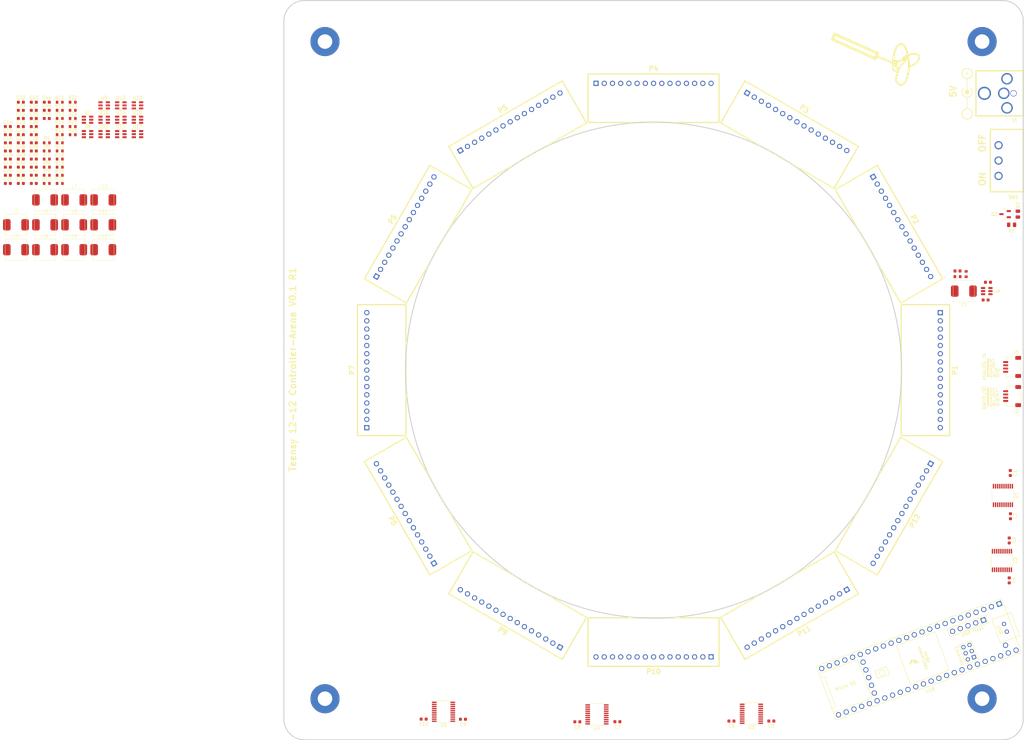
<source format=kicad_pcb>
(kicad_pcb (version 20221018) (generator pcbnew)
  (layers (0 "F.Cu" signal) (1 "In1.Cu" power) (2 "In2.Cu" power) (31 "B.Cu" signal) (34 "B.Paste" user) (35 "F.Paste" user) (36 "B.SilkS" user "B.Silkscreen") (37 "F.SilkS" user "F.Silkscreen") (38 "B.Mask" user) (39 "F.Mask" user) (44 "Edge.Cuts" user))
  (net 0 "")
  (net 1 "+3.3V")
  (net 2 "+5V")
  (net 3 "Net-(U6-VBST)")
  (net 4 "Net-(SW1-A)")
  (net 5 "/Teensy/SDA")
  (net 8 "/Teensy/SCL")
  (net 9 "/Teensy/A0")
  (net 11 "/Teensy/A1")
  (net 12 "Net-(U6-SW)")
  (net 13 "/Level Shifters/PAN5V.SCK_1")
  (net 14 "/Level Shifters/PAN5V.SCK_0")
  (net 15 "/Level Shifters/PAN5V.MOSI_0")
  (net 16 "/Level Shifters/PAN5V.MISO_0")
  (net 17 "/Level Shifters/PAN5V.CS_00")
  (net 18 "/Level Shifters/PAN5V.CS_01")
  (net 19 "/Level Shifters/PAN5V.CS_02")
  (net 20 "/Level Shifters/PAN5V.CS_03")
  (net 21 "/Level Shifters/PAN5V.CS_04")
  (net 22 "/Level Shifters/PAN5V.EXT_INT")
  (net 23 "GND")
  (net 27 "/Level Shifters/PAN5V.CS_05")
  (net 28 "/Level Shifters/PAN5V.CS_06")
  (net 29 "/Level Shifters/PAN5V.CS_08")
  (net 30 "/Level Shifters/PAN5V.CS_09")
  (net 43 "Net-(Q2-G)")
  (net 44 "/Level Shifters/PAN5V.CS_10")
  (net 45 "/Level Shifters/PAN5V.CS_11")
  (net 46 "/Level Shifters/PAN5V.CS_12")
  (net 47 "/Level Shifters/PAN5V.CS_13")
  (net 48 "/Level Shifters/PAN5V.CS_14")
  (net 49 "/Level Shifters/PAN5V.CS_15")
  (net 50 "/Level Shifters/PAN5V.CS_16")
  (net 51 "/Level Shifters/PAN5V.CS_17")
  (net 52 "/Level Shifters/PAN5V.CS_18")
  (net 53 "/Level Shifters/PAN5V.CS_19")
  (net 54 "/Level Shifters/PAN5V.CS_20")
  (net 55 "/Level Shifters/PAN5V.CS_21")
  (net 56 "/Level Shifters/PAN5V.CS_22")
  (net 57 "/Level Shifters/PAN5V.CS_23")
  (net 58 "/Level Shifters/PAN5V.CS_24")
  (net 59 "/Level Shifters/PAN5V.CS_25")
  (net 60 "/Level Shifters/PAN5V.CS_26")
  (net 61 "/Level Shifters/PAN5V.CS_27")
  (net 62 "/Level Shifters/PAN5V.CS_28")
  (net 63 "/Level Shifters/PAN5V.CS_29")
  (net 64 "/Level Shifters/PAN5V.MOSI_1")
  (net 65 "/Level Shifters/PAN5V.MISO_1")
  (net 84 "/Level Shifters/PAN5V.RESET")
  (net 85 "/Level Shifters/PAN3V.RESET")
  (net 86 "/Level Shifters/PAN3V.SCK_0")
  (net 87 "/Level Shifters/PAN3V.MOSI_0")
  (net 88 "/Level Shifters/PAN3V.MISO_0")
  (net 90 "/Level Shifters/PAN3V.SCK_1")
  (net 91 "/Level Shifters/PAN3V.MOSI_1")
  (net 92 "/Level Shifters/PAN3V.MISO_1")
  (net 94 "/Level Shifters/PAN3V.CS_00")
  (net 95 "/Level Shifters/PAN3V.CS_01")
  (net 96 "/Level Shifters/PAN3V.CS_02")
  (net 97 "/Level Shifters/PAN3V.CS_03")
  (net 98 "/Level Shifters/PAN3V.CS_04")
  (net 99 "/Level Shifters/PAN3V.CS_05")
  (net 100 "/Level Shifters/PAN3V.CS_06")
  (net 101 "/Level Shifters/PAN3V.CS_07")
  (net 102 "/Level Shifters/PAN5V.CS_07")
  (net 103 "/Level Shifters/PAN3V.CS_08")
  (net 104 "/Level Shifters/PAN3V.CS_09")
  (net 105 "/Level Shifters/PAN3V.CS_10")
  (net 106 "/Level Shifters/PAN3V.CS_11")
  (net 107 "/Level Shifters/PAN3V.CS_12")
  (net 108 "/Level Shifters/PAN3V.CS_13")
  (net 109 "/Level Shifters/PAN3V.CS_14")
  (net 110 "/Level Shifters/PAN3V.CS_15")
  (net 111 "/Level Shifters/PAN3V.CS_16")
  (net 112 "/Level Shifters/PAN3V.CS_17")
  (net 113 "/Level Shifters/PAN3V.CS_18")
  (net 114 "/Level Shifters/PAN3V.CS_19")
  (net 115 "/Level Shifters/PAN3V.CS_20")
  (net 116 "/Level Shifters/PAN3V.CS_21")
  (net 117 "/Level Shifters/PAN3V.CS_22")
  (net 118 "/Level Shifters/PAN3V.CS_23")
  (net 119 "/Level Shifters/PAN3V.CS_24")
  (net 120 "/Level Shifters/PAN3V.CS_25")
  (net 121 "/Level Shifters/PAN3V.CS_26")
  (net 122 "/Level Shifters/PAN3V.CS_27")
  (net 123 "/Level Shifters/PAN3V.CS_28")
  (net 124 "/Level Shifters/PAN3V.CS_29")
  (net 126 "/Level Shifters/PAN3V.EXT_INT")
  (net 146 "/Panel Headers/RESET")
  (net 147 "VCC")
  (net 148 "/Panel Headers/POW.5V_HDR_1")
  (net 149 "Net-(U7-VBST)")
  (net 150 "Net-(U7-SW)")
  (net 151 "/Panel Headers/POW.5V_HDR_2")
  (net 152 "Net-(U8-VBST)")
  (net 153 "Net-(U8-SW)")
  (net 154 "/Panel Headers/POW.5V_HDR_3")
  (net 155 "Net-(U9-VBST)")
  (net 156 "Net-(U9-SW)")
  (net 157 "/Panel Headers/POW.5V_HDR_4")
  (net 158 "Net-(U10-VBST)")
  (net 159 "Net-(U10-SW)")
  (net 160 "/Panel Headers/POW.5V_HDR_5")
  (net 161 "Net-(U11-VBST)")
  (net 162 "Net-(U11-SW)")
  (net 163 "/Panel Headers/POW.5V_HDR_6")
  (net 164 "Net-(U12-VBST)")
  (net 165 "Net-(U12-SW)")
  (net 166 "/Panel Headers/POW.5V_HDR_7")
  (net 167 "Net-(U13-VBST)")
  (net 168 "Net-(U13-SW)")
  (net 169 "/Panel Headers/POW.5V_HDR_8")
  (net 170 "Net-(U14-VBST)")
  (net 171 "Net-(U14-SW)")
  (net 172 "/Panel Headers/POW.5V_HDR_9")
  (net 173 "Net-(U15-VBST)")
  (net 174 "Net-(U15-SW)")
  (net 175 "/Panel Headers/POW.5V_HDR_10")
  (net 176 "Net-(U16-VBST)")
  (net 177 "Net-(U16-SW)")
  (net 178 "/Panel Headers/POW.5V_HDR_11")
  (net 179 "Net-(U17-VBST)")
  (net 180 "Net-(U17-SW)")
  (net 181 "/Panel Headers/POW.5V_HDR_12")
  (net 182 "Net-(U6-VFB)")
  (net 183 "Net-(U7-VFB)")
  (net 184 "Net-(U8-VFB)")
  (net 185 "Net-(U9-VFB)")
  (net 186 "Net-(U10-VFB)")
  (net 187 "Net-(U11-VFB)")
  (net 188 "Net-(U12-VFB)")
  (net 189 "Net-(U13-VFB)")
  (net 190 "Net-(U14-VFB)")
  (net 191 "Net-(U15-VFB)")
  (net 192 "Net-(U16-VFB)")
  (net 193 "Net-(U17-VFB)")
  (footprint "arena_custom:CYA0650_3P3UH" (layer "F.Cu") (at 273.7288 153.3652 180)
    (fp_text reference "L1")
    (fp_text value "3.3uH")
  )
  (footprint "Package_TO_SOT_SMD:SOT-23-6" (layer "F.Cu") (at 18.2248 95.9286)
    (fp_text reference "U15")
    (fp_text value "TPS564201DDC")
  )
  (footprint "Capacitor_SMD:C_0603_1608Metric" (layer "F.Cu") (at 287.782 230.471 90)
    (fp_text reference "C3")
    (fp_text value "0.1uF")
  )
  (footprint "Capacitor_SMD:C_0603_1608Metric" (layer "F.Cu") (at -17.8452 97.4686)
    (fp_text reference "C23")
    (fp_text value "10uF")
  )
  (footprint "MountingHole:MountingHole_4.5mm_Pad" (layer "F.Cu") (at 76.2 76.2)
    (fp_text reference "H1" hide)
    (fp_text value "MountingHole_Pad")
  )
  (footprint "arena_custom:HEADER_TOP" (layer "F.Cu") (at 177.799999 266.474028 180)
    (fp_text reference "P10")
    (fp_text value "CONN15" hide)
  )
  (footprint "Capacitor_SMD:C_0603_1608Metric" (layer "F.Cu") (at 201.8756 286.3188 180)
    (fp_text reference "C6")
    (fp_text value "0.1uF")
  )
  (footprint "Capacitor_SMD:C_0603_1608Metric" (layer "F.Cu") (at -17.8452 94.9586)
    (fp_text reference "C22")
    (fp_text value "22uF")
  )
  (footprint "Resistor_SMD:R_0603_1608Metric" (layer "F.Cu") (at -1.8052 94.9586)
    (fp_text reference "R22")
    (fp_text value "10k")
  )
  (footprint "arena_custom:HEADER_TOP" (layer "F.Cu") (at 254.593961 222.137014 -120)
    (fp_text reference "P12")
    (fp_text value "CONN15" hide)
  )
  (footprint "Resistor_SMD:R_0603_1608Metric" (layer "F.Cu") (at -9.8252 120.0586)
    (fp_text reference "R10")
    (fp_text value "10k")
  )
  (footprint "arena_custom:HEADER_TOP" (layer "F.Cu") (at 89.125971 177.8 90)
    (fp_text reference "P7")
    (fp_text value "CONN15" hide)
  )
  (footprint "Capacitor_SMD:C_0603_1608Metric" (layer "F.Cu") (at -21.8552 112.5286)
    (fp_text reference "C18")
    (fp_text value "100nF")
  )
  (footprint "Capacitor_SMD:C_0603_1608Metric" (layer "F.Cu") (at -17.8452 99.9786)
    (fp_text reference "C24")
    (fp_text value "100nF")
  )
  (footprint "Capacitor_SMD:C_0603_1608Metric" (layer "F.Cu") (at -17.8452 115.0386)
    (fp_text reference "C30")
    (fp_text value "100nF")
  )
  (footprint "Package_TO_SOT_SMD:SOT-23-6" (layer "F.Cu") (at 2.7748 100.3786)
    (fp_text reference "U7")
    (fp_text value "TPS564201DDC")
  )
  (footprint "Capacitor_SMD:C_0603_1608Metric" (layer "F.Cu") (at -17.8452 117.5486)
    (fp_text reference "C31")
    (fp_text value "22uF")
  )
  (footprint "arena_custom:slide_switch" (layer "F.Cu") (at 287.02 113.0027 90)
    (fp_text reference "SW1")
    (fp_text value "SW_SPDT" hide)
  )
  (footprint "Package_SO:TSSOP-20_4.4x6.5mm_P0.65mm" (layer "F.Cu") (at 208.0602 284.0524 180)
    (fp_text reference "U3")
    (fp_text value "TXB0108PW")
  )
  (footprint "Capacitor_SMD:C_0603_1608Metric" (layer "F.Cu") (at -17.8452 120.0586)
    (fp_text reference "C32")
    (fp_text value "10uF")
  )
  (footprint "Resistor_SMD:R_0603_1608Metric" (layer "F.Cu") (at -1.8052 99.9786)
    (fp_text reference "R24")
    (fp_text value "10k")
  )
  (footprint "Capacitor_SMD:C_0603_1608Metric" (layer "F.Cu") (at 154.231 286.542 180)
    (fp_text reference "C8")
    (fp_text value "0.1uF")
  )
  (footprint "Package_SO:TSSOP-20_4.4x6.5mm_P0.65mm" (layer "F.Cu") (at 285.5222 236.6669 -90)
    (fp_text reference "U2")
    (fp_text value "TXB0108PW")
  )
  (footprint "Resistor_SMD:R_0603_1608Metric" (layer "F.Cu") (at -5.8152 94.9586)
    (fp_text reference "R11")
    (fp_text value "56.2k")
  )
  (footprint "Resistor_SMD:R_0603_1608Metric" (layer "F.Cu") (at -5.8152 110.0186)
    (fp_text reference "R17")
    (fp_text value "56.2k")
  )
  (footprint "Package_TO_SOT_SMD:SOT-23-6" (layer "F.Cu") (at 18.2248 104.8286)
    (fp_text reference "U17")
    (fp_text value "TPS564201DDC")
  )
  (footprint "arena_custom:HEADER_TOP" (layer "F.Cu") (at 133.462985 254.593961 150)
    (fp_text reference "P9")
    (fp_text value "CONN15" hide)
  )
  (footprint "arena_custom:HEADER_TOP" (layer "F.Cu") (at 222.137014 254.593961 -150)
    (fp_text reference "P11")
    (fp_text value "CONN15" hide)
  )
  (footprint "Capacitor_SMD:C_0603_1608Metric" (layer "F.Cu") (at -21.8552 120.0586)
    (fp_text reference "C21")
    (fp_text value "100nF")
  )
  (footprint "arena_custom:CYA0650_3P3UH" (layer "F.Cu") (at -10.3352 132.8636)
    (fp_text reference "L5")
    (fp_text value "3.3uH")
  )
  (footprint "Capacitor_SMD:C_0603_1608Metric" (layer "F.Cu") (at 118.859 285.75)
    (fp_text reference "C9")
    (fp_text value "0.1uF")
  )
  (footprint "arena_custom:JST_SH_SM04B-SRSS-TB_1x04-1MP_P1.00mm_Horizontal" (layer "F.Cu") (at 288.6756 176.8094 90)
    (fp_text reference "J3")
    (fp_text value "Conn_01x04" hide)
  )
  (footprint "Resistor_SMD:R_0603_1608Metric" (layer "F.Cu") (at -5.8152 112.5286)
    (fp_text reference "R18")
    (fp_text value "10k")
  )
  (footprint "Resistor_SMD:R_0603_1608Metric" (layer "F.Cu") (at -5.8152 102.4886)
    (fp_text reference "R14")
    (fp_text value "10k")
  )
  (footprint "Capacitor_SMD:C_0603_1608Metric" (layer "F.Cu") (at 288.163 222.9736 -90)
    (fp_text reference "C2")
    (fp_text value "0.1uF")
  )
  (footprint "Capacitor_SMD:C_0603_1608Metric" (layer "F.Cu") (at -13.8352 94.9586)
    (fp_text reference "C33")
    (fp_text value "100nF")
  )
  (footprint "Capacitor_SMD:C_0603_1608Metric" (layer "F.Cu") (at 214.2106 286.3088)
    (fp_text reference "C5")
    (fp_text value "0.1uF")
  )
  (footprint "Resistor_SMD:R_0603_1608Metric" (layer "F.Cu") (at -1.8052 102.4886)
    (fp_text reference "R25")
    (fp_text value "56.2k")
  )
  (footprint "Capacitor_SMD:C_0603_1608Metric" (layer "F.Cu") (at -17.8452 112.5286)
    (fp_text reference "C29")
    (fp_text value "10uF")
  )
  (footprint "Capacitor_SMD:C_0603_1608Metric" (layer "F.Cu") (at 106.709 285.71 180)
    (fp_text reference "C10")
    (fp_text value "0.1uF")
  )
  (footprint "Resistor_SMD:R_0603_1608Metric" (layer "F.Cu") (at 274.4594 148.0952 90)
    (fp_text reference "R4" hide)
    (fp_text value "10k" hide)
  )
  (footprint "Resistor_SMD:R_0603_1608Metric" (layer "F.Cu") (at -9.8252 107.5086)
    (fp_text reference "R5")
    (fp_text value "56.2k")
  )
  (footprint "Resistor_SMD:R_0603_1608Metric" (layer "F.Cu") (at -9.8252 110.0186)
    (fp_text reference "R6")
    (fp_text value "10k")
  )
  (footprint "Capacitor_SMD:C_0603_1608Metric" (layer "F.Cu") (at -13.8352 104.9986)
    (fp_text reference "C37")
    (fp_text value "22uF")
  )
  (footprint "Capacitor_SMD:C_0603_1608Metric" (layer "F.Cu") (at -13.8352 110.0186)
    (fp_text reference "C39")
    (fp_text value "100nF")
  )
  (footprint "Capacitor_SMD:C_0603_1608Metric" (layer "F.Cu") (at -21.8552 102.4886)
    (fp_text reference "C14")
    (fp_text value "10uF")
  )
  (footprint "Resistor_SMD:R_0603_1608Metric" (layer "F.Cu") (at -9.8252 112.5286)
    (fp_text reference "R7")
    (fp_text value "56.2k")
  )
  (footprint "MountingHole:MountingHole_4.5mm_Pad" (layer "F.Cu") (at 279.4 279.4)
    (fp_text reference "H3" hide)
    (fp_text value "MountingHole_Pad")
  )
  (footprint "Package_SO:TSSOP-20_4.4x6.5mm_P0.65mm" (layer "F.Cu") (at 285.836 216.5551 -90)
    (fp_text reference "U1")
    (fp_text value "TXB0108PW")
  )
  (footprint "arena_custom:CYA0650_3P3UH" (layer "F.Cu") (at 7.6648 132.8636)
    (fp_text reference "L11")
    (fp_text value "3.3uH")
  )
  (footprint "Package_TO_SOT_SMD:SOT-23-3" (layer "F.Cu") (at 286.5065 129.5654 180)
    (fp_text reference "Q2")
    (fp_text value "MOSFET_NCHAN" hide)
  )
  (footprint "MountingHole:MountingHole_4.5mm_Pad" (layer "F.Cu") (at 76.2 279.4)
    (fp_text reference "H4" hide)
    (fp_text value "MountingHole_Pad")
  )
  (footprint "arena_custom:CYA0650_3P3UH" (layer "F.Cu") (at 7.6648 125.1636)
    (fp_text reference "L10")
    (fp_text value "3.3uH")
  )
  (footprint "Capacitor_SMD:C_0603_1608Metric" (layer "F.Cu") (at -9.8252 94.9586)
    (fp_text reference "C44")
    (fp_text value "10uF")
  )
  (footprint "Package_TO_SOT_SMD:SOT-23-6" (layer "F.Cu") (at 13.0748 104.8286)
    (fp_text reference "U14")
    (fp_text value "TPS564201DDC")
  )
  (footprint "Resistor_SMD:R_0603_1608Metric" (layer "F.Cu") (at -5.8152 117.5486)
    (fp_text reference "R20")
    (fp_text value "10k")
  )
  (footprint "arena_custom:DCJACK_2PIN_HIGHCURRENT" (layer "F.Cu") (at 292.1 92.202 -90)
    (fp_text reference "J1")
    (fp_text value "Barrel_Jack" hide)
  )
  (footprint "Capacitor_SMD:C_0603_1608Metric" (layer "F.Cu") (at -17.8452 104.9986)
    (fp_text reference "C26")
    (fp_text value "10uF")
  )
  (footprint "Capacitor_SMD:C_0603_1608Metric" (layer "F.Cu") (at -9.8252 99.9786)
    (fp_text reference "C46")
    (fp_text value "22uF")
  )
  (footprint "Capacitor_SMD:C_0603_1608Metric" (layer "F.Cu") (at 281.2034 150.622 180)
    (fp_text reference "C11" hide)
    (fp_text value "100nF" hide)
  )
  (footprint "arena_custom:HEADER_TOP" (layer "F.Cu") (at 133.462985 101.006038 30)
    (fp_text reference "P5")
    (fp_text value "CONN15" hide)
  )
  (footprint "Capacitor_SMD:C_0603_1608Metric" (layer "F.Cu") (at -21.8552 104.9986)
    (fp_text reference "C15")
    (fp_text value "100nF")
  )
  (footprint "arena_custom:CYA0650_3P3UH" (layer "F.Cu") (at -1.3352 125.1636)
    (fp_text reference "L7")
    (fp_text value "3.3uH")
  )
  (footprint "Package_SO:TSSOP-20_4.4x6.5mm_P0.65mm" (layer "F.Cu") (at 160.3016 284.2548 180)
    (fp_text reference "U4")
    (fp_text value "TXB0108PW")
  )
  (footprint "Capacitor_SMD:C_0603_1608Metric" (layer "F.Cu") (at -17.8452 107.5086)
    (fp_text reference "C27")
    (fp_text value "100nF")
  )
  (footprint "arena_custom:HEADER_TOP" (layer "F.Cu") (at 177.8 89.125971)
    (fp_text reference "P4")
    (fp_text value "CONN15" hide)
  )
  (footprint "Capacitor_SMD:C_0603_1608Metric" (layer "F.Cu") (at -13.8352 120.0586)
    (fp_text reference "C43")
    (fp_text value "22uF")
  )
  (footprint "Resistor_SMD:R_0805_2012Metric" (layer "F.Cu") (at 288.5205 132.8674)
    (fp_text reference "R1")
    (fp_text value "200" hide)
  )
  (footprint "Capacitor_SMD:C_0603_1608Metric" (layer "F.Cu") (at -13.8352 99.9786)
    (fp_text reference "C35")
    (fp_text value "10uF")
  )
  (footprint "Resistor_SMD:R_0603_1608Metric" (layer "F.Cu") (at -5.8152 115.0386)
    (fp_text reference "R19")
    (fp_text value "56.2k")
  )
  (footprint "Capacitor_SMD:C_0603_1608Metric" (layer "F.Cu") (at -17.8452 110.0186)
    (fp_text reference "C28")
    (fp_text value "22uF")
  )
  (footprint "Capacitor_SMD:C_0603_1608Metric" (layer "F.Cu") (at -21.8552 107.5086)
    (fp_text reference "C16")
    (fp_text value "22uF")
  )
  (footprint "Capacitor_SMD:C_0603_1608Metric" (layer "F.Cu") (at -17.8452 102.4886)
    (fp_text reference "C25")
    (fp_text value "22uF")
  )
  (footprint "Capacitor_SMD:C_0603_1608Metric" (layer "F.Cu") (at -9.8252 97.4686)
    (fp_text reference "C45")
    (fp_text value "100nF")
  )
  (footprint "Capacitor_SMD:C_0603_1608Metric" (layer "F.Cu") (at -21.8552 110.0186)
    (fp_text reference "C17")
    (fp_text value "10uF")
  )
  (footprint "Capacitor_SMD:C_0603_1608Metric" (layer "F.Cu") (at -13.8352 107.5086)
    (fp_text reference "C38")
    (fp_text value "10uF")
  )
  (footprint "teensy:Teensy41" (layer "F.Cu") (at 259.836926 267.226674 -160)
    (fp_text reference "U18")
    (fp_text value "Teensy4.1")
  )
  (footprint "arena_custom:HEADER_TOP" (layer "F.Cu") (at 266.474028 177.8 -90)
    (fp_text reference "P1")
    (fp_text value "CONN15" hide)
  )
  (footprint "Capacitor_SMD:C_0603_1608Metric" (layer "F.Cu") (at -21.8552 117.5486)
    (fp_text reference "C20")
    (fp_text value "10uF")
  )
  (footprint "Package_TO_SOT_SMD:SOT-23-6" (layer "F.Cu") (at 7.9248 104.8286)
    (fp_text reference "U11")
    (fp_text value "TPS564201DDC")
  )
  (footprint "Capacitor_SMD:C_0603_1608Metric" (layer "F.Cu") (at -13.8352 112.5286)
    (fp_text reference "C40")
    (fp_text value "22uF")
  )
  (footprint "Resistor_SMD:R_0603_1608Metric" (layer "F.Cu") (at -5.8152 104.9986)
    (fp_text reference "R15")
    (fp_text value "56.2k")
  )
  (footprint "arena_custom:HEADER_TOP" (layer "F.Cu") (at 101.006038 133.462985 60)
    (fp_text reference "P6")
    (fp_text value "CONN15" hide)
  )
  (footprint "arena_custom:CYA0650_3P3UH" (layer "F.Cu") (at -1.3352 140.5636)
    (fp_text reference "L9")
    (fp_text value "3.3uH")
  )
  (footprint "arena_custom:HEADER_TOP" (layer "F.Cu") (at 101.006038 222.137014 120)
    (fp_text reference "P8")
    (fp_text value "CONN15" hide)
  )
  (footprint "Capacitor_SMD:C_0603_1608Metric" (layer "F.Cu") (at 271.78 147.1422 180)
    (fp_text reference "C13" hide)
    (fp_text value "22uF" hide)
  )
  (footprint "Package_TO_SOT_SMD:SOT-23-6" (layer "F.Cu") (at 13.0748 100.3786)
    (fp_text reference "U13")
    (fp_text value "TPS564201DDC")
  )
  (footprint "Capacitor_SMD:C_0603_1608Metric" (layer "F.Cu") (at 280.4792 156.1084)
    (fp_text reference "C12" hide)
    (fp_text value "10uF" hide)
  )
  (footprint "Package_TO_SOT_SMD:SOT-23-6" (layer "F.Cu") (at 7.9248 95.9286)
    (fp_text reference "U9")
    (fp_text value "TPS564201DDC")
  )
  (footprint "arena_custom:CYA0650_3P3UH" (layer "F.Cu") (at -19.3352 140.5636)
    (fp_text reference "L3")
    (fp_text value "3.3uH")
  )
  (footprint "MountingHole:MountingHole_4.5mm_Pad" (layer "F.Cu") (at 279.4 76.2)
    (fp_text reference "H2" hide)
    (fp_text value "MountingHole_Pad")
  )
  (footprint "Capacitor_SMD:C_0603_1608Metric" (layer "F.Cu") (at 287.782 242.811 -90)
    (fp_text reference "C4")
    (fp_text value "0.1uF")
  )
  (footprint "Package_TO_SOT_SMD:SOT-23-6" (layer "F.Cu") (at 18.2248 100.3786)
    (fp_text reference "U16")
    (fp_text value "TPS564201DDC")
  )
  (footprint "arena_custom:CYA0650_3P3UH" (layer "F.Cu") (at -10.3352 140.5636)
    (fp_text reference "L6")
    (fp_text value "3.3uH")
  )
  (footprint "Resistor_SMD:R_0603_1608Metric" (layer "F.Cu") (at 271.7924 148.8948)
    (fp_text reference "R3" hide)
    (fp_text value "56.2k" hide)
  )
  (footprint "Package_TO_SOT_SMD:SOT-23-6" (layer "F.Cu") (at 280.8348 153.3652)
    (fp_text reference "U6")
    (fp_text value "TPS564201DDC" hide)
  )
  (footprint "Capacitor_SMD:C_0603_1608Metric" (layer "F.Cu") (at 166.611 286.512)
    (fp_text reference "C7")
    (fp_text value "0.1uF")
  )
  (footprint "Resistor_SMD:R_0603_1608Metric" (layer "F.Cu") (at -1.8052 97.4686)
    (fp_text reference "R23")
    (fp_text value "56.2k")
  )
  (footprint "Package_TO_SOT_SMD:SOT-23-6" (layer "F.Cu") (at 13.0748 95.9286)
    (fp_text reference "U12")
    (fp_text value "TPS564201DDC")
  )
  (footprint "Resistor_SMD:R_0603_1608Metric" (layer "F.Cu") (at -9.8252 115.0386)
    (fp_text reference "R8")
    (fp_text value "10k")
  )
  (footprint "arena_custom:CYA0650_3P3UH" (layer "F.Cu") (at -19.3352 132.8636)
    (fp_text reference "L2")
    (fp_text value "3.3uH")
  )
  (footprint "Capacitor_SMD:C_0603_1608Metric" (layer "F.Cu") (at -13.8352 97.4686)
    (fp_text reference "C34")
    (fp_text value "22uF")
  )
  (footprint "Capacitor_SMD:C_0603_1608Metric" (layer "F.Cu") (at -13.8352 115.0386)
    (fp_text reference "C41")
    (fp_text value "10uF")
  )
  (footprint "Resistor_SMD:R_0603_1608Metric" (layer "F.Cu") (at -1.8052 104.9986)
    (fp_text reference "R26")
    (fp_text value "10k")
  )
  (footprint "Capacitor_SMD:C_0603_1608Metric" (layer "F.Cu") (at 288.1122 209.6132 90)
    (fp_text reference "C1")
    (fp_text value "0.1uF")
  )
  (footprint "Resistor_SMD:R_0603_1608Metric" (layer "F.Cu") (at -5.8152 107.5086)
    (fp_text reference "R16")
    (fp_text value "10k")
  )
  (footprint "arena_custom:CYA0650_3P3UH" (layer "F.Cu") (at -1.3352 132.8636)
    (fp_text reference "L8")
    (fp_text value "3.3uH")
  )
  (footprint "Resistor_SMD:R_0603_1608Metric" (layer "F.Cu") (at -5.8152 99.9786)
    (fp_text reference "R13")
    (fp_text value "56.2k")
  )
  (footprint "Package_TO_SOT_SMD:SOT-23-6" (layer "F.Cu") (at 2.7748 104.8286)
    (fp_text reference "U8")
    (fp_text value "TPS564201DDC")
  )
  (footprint "Resistor_SMD:R_0603_1608Metric" (layer "F.Cu") (at -9.8252 117.5486)
    (fp_text reference "R9")
    (fp_text value "56.2k")
  )
  (footprint "arena_custom:CYA0650_3P3UH" (layer "F.Cu") (at 7.6648 140.5636)
    (fp_text reference "L12")
    (fp_text value "3.3uH")
  )
  (footprint "arena_custom:HEADER_TOP" (layer "F.Cu") (at 254.593961 133.462985 -60)
    (fp_text reference "P2")
    (fp_text value "CONN15" hide)
  )
  (footprint "arena_custom:CYA0650_3P3UH" (layer "F.Cu") (at -10.3352 125.1636)
    (fp_text reference "L4")
    (fp_text value "3.3uH")
  )
  (footprint "Capacitor_SMD:C_0603_1608Metric" (layer "F.Cu") (at -13.8352 102.4886)
    (fp_text reference "C36")
    (fp_text value "100nF")
  )
  (footprint "arena_custom:JST_SH_SM04B-SRSS-TB_1x04-1MP_P1.00mm_Horizontal" (layer "F.Cu") (at 288.6756 185.8204 90)
    (fp_text reference "J2")
    (fp_text value "Conn_01x04" hide)
  )
  (footprint "Capacitor_SMD:C_0603_1608Metric" (layer "F.Cu") (at -13.8352 117.5486)
    (fp_text reference "C42")
    (fp_text value "100nF")
  )
  (footprint "arena_custom:HEADER_TOP" (layer "F.Cu") (at 222.137014 101.006038 -30)
    (fp_text reference "P3")
    (fp_text value "CONN15" hide)
  )
  (footprint "Package_SO:TSSOP-20_4.4x6.5mm_P0.65mm" (layer "F.Cu") (at 112.8567 283.4418 180)
    (fp_text reference "U5")
    (fp_text value "TXB0108PW")
  )
  (footprint "Resistor_SMD:R_0805_2012Metric" (layer "F.Cu") (at 290.449 129.5654 -90)
    (fp_text reference "R2")
    (fp_text value "20k" hide)
  )
  (footprint "Resistor_SMD:R_0603_1608Metric" (layer "F.Cu") (at -5.8152 120.0586)
    (fp_text reference "R21")
    (fp_text value "56.2k")
  )
  (footprint "Resistor_SMD:R_0603_1608Metric" (layer "F.Cu") (at -5.8152 97.4686)
    (fp_text reference "R12")
    (fp_text value "10k")
  )
  (footprint "Capacitor_SMD:C_0603_1608Metric" (layer "F.Cu") (at -21.8552 115.0386)
    (fp_text reference "C19")
    (fp_text value "22uF")
  )
  (footprint "Package_TO_SOT_SMD:SOT-23-6" (layer "F.Cu") (at 7.9248 100.3786)
    (fp_text reference "U10")
    (fp_text value "TPS564201DDC")
  )
  (gr_line (start 256.199044 87.297682) (end 256.271976 87.058327) (stroke (width 0.514144)) (layer "F.SilkS"))
  (gr_line (start 253.328128 89.085184) (end 253.428895 89.190784) (stroke (width 0.514144)) (layer "F.SilkS"))
  (gr_line (start 253.398643 85.370906) (end 253.047927 85.47159) (stroke (width 0.514144)) (layer "F.SilkS"))
  (gr_line (start 273.458677 92.763687) (end 273.412617 92.697601) (stroke (width 0.15487)) (layer "F.SilkS"))
  (gr_line (start 275.079658 84.502663) (end 275.156965 84.520506) (stroke (width 0.179621)) (layer "F.SilkS"))
  (gr_line (start 273.801544 84.787649) (end 273.864193 84.743099) (stroke (width 0.179621)) (layer "F.SilkS"))
  (gr_line (start 256.682667 84.850824) (end 256.710096 84.544275) (stroke (width 0.514144)) (layer "F.SilkS"))
  (gr_line (start 252.01772 82.16411) (end 251.877536 82.16992) (stroke (width 0.514144)) (layer "F.SilkS"))
  (gr_line (start 252.053344 83.360095) (end 252.337198 83.279574) (stroke (width 0.514144)) (layer "F.SilkS"))
  (gr_line (start 252.648282 87.995452) (end 252.864904 88.424901) (stroke (width 0.514144)) (layer "F.SilkS"))
  (gr_line (start 255.368341 88.978587) (end 255.474286 88.838667) (stroke (width 0.514144)) (layer "F.SilkS"))
  (gr_line (start 275.307038 100.056867) (end 275.232792 100.081989) (stroke (width 0.179621)) (layer "F.SilkS"))
  (gr_line (start 276.124191 97.727336) (end 276.162666 97.794252) (stroke (width 0.179621)) (layer "F.SilkS"))
  (gr_line (start 253.852396 89.497068) (end 253.962792 89.543132) (stroke (width 0.514144)) (layer "F.SilkS"))
  (gr_line (start 253.107055 88.828682) (end 253.329101 89.139146) (stroke (width 0.514144)) (layer "F.SilkS"))
  (gr_line (start 274.514275 87.647619) (end 274.435586 87.633567) (stroke (width 0.179621)) (layer "F.SilkS"))
  (gr_line (start 276.144971 92.629798) (end 276.102596 92.697601) (stroke (width 0.15487)) (layer "F.SilkS"))
  (gr_line (start 253.599513 89.404428) (end 253.881595 89.536188) (stroke (width 0.514144)) (layer "F.SilkS"))
  (gr_line (start 273.683213 99.738719) (end 273.627717 99.68581) (stroke (width 0.179621)) (layer "F.SilkS"))
  (gr_line (start 273.929041 99.922493) (end 273.864208 99.88093) (stroke (width 0.179621)) (layer "F.SilkS"))
  (gr_line (start 276.351319 92.042732) (end 276.338422 92.11912) (stroke (width 0.15487)) (layer "F.SilkS"))
  (gr_line (start 255.525857 82.231349) (end 253.909263 83.976567) (stroke (width 0.514144)) (layer "F.SilkS"))
  (gr_line (start 273.74118 97.322884) (end 273.801544 97.275447) (stroke (width 0.179621)) (layer "F.SilkS"))
  (gr_line (start 252.552095 78.774228) (end 252.838191 78.144863) (stroke (width 0.514144)) (layer "F.SilkS"))
  (gr_line (start 251.969289 84.954351) (end 251.774238 84.647473) (stroke (width 0.514144)) (layer "F.SilkS"))
  (gr_line (start 253.435013 77.325878) (end 253.641567 77.156405) (stroke (width 0.514144)) (layer "F.SilkS"))
  (gr_line (start 274.675394 87.663951) (end 274.594245 87.657781) (stroke (width 0.179621)) (layer "F.SilkS"))
  (gr_line (start 259.176866 80.098993) (end 259.525148 80.289985) (stroke (width 0.514144)) (layer "F.SilkS"))
  (gr_line (start 273.432595 99.449323) (end 273.391031 99.38449) (stroke (width 0.179621)) (layer "F.SilkS"))
  (gr_line (start 273.178102 85.824768) (end 273.192154 85.74608) (stroke (width 0.179621)) (layer "F.SilkS"))
  (gr_line (start 252.166875 85.147003) (end 251.969289 84.954351) (stroke (width 0.514144)) (layer "F.SilkS"))
  (gr_line (start 252.693095 88.053999) (end 252.775458 88.230525) (stroke (width 0.514144)) (layer "F.SilkS"))
  (gr_line (start 275.832018 87.250921) (end 275.774039 87.301144) (stroke (width 0.179621)) (layer "F.SilkS"))
  (gr_line (start 251.774238 84.647473) (end 251.684112 84.419114) (stroke (width 0.514144)) (layer "F.SilkS"))
  (gr_line (start 276.162666 85.306454) (end 276.197954 85.375353) (stroke (width 0.179621)) (layer "F.SilkS"))
  (gr_line (start 274.757623 87.666031) (end 274.675394 87.663951) (stroke (width 0.179621)) (layer "F.SilkS"))
  (gr_line (start 275.000969 84.488611) (end 275.079658 84.502663) (stroke (width 0.179621)) (layer "F.SilkS"))
  (gr_line (start 255.06343 89.325641) (end 255.481002 88.89717) (stroke (width 0.514144)) (layer "F.SilkS"))
  (gr_line (start 273.391023 85.239538) (end 273.432586 85.174706) (stroke (width 0.179621)) (layer "F.SilkS"))
  (gr_line (start 276.347273 98.392536) (end 276.353443 98.473685) (stroke (width 0.179621)) (layer "F.SilkS"))
  (gr_line (start 275.450382 97.115569) (end 275.51928 97.150857) (stroke (width 0.179621)) (layer "F.SilkS"))
  (gr_line (start 273.679039 93.007324) (end 273.618965 92.950211) (stroke (width 0.15487)) (layer "F.SilkS"))
  (gr_line (start 255.036411 82.539878) (end 255.042022 82.457412) (stroke (width 0.514144)) (layer "F.SilkS"))
  (gr_line (start 276.197954 86.760877) (end 276.162666 86.829776) (stroke (width 0.179621)) (layer "F.SilkS"))
  (gr_line (start 255.276137 77.430101) (end 255.346218 77.514994) (stroke (width 0.514144)) (layer "F.SilkS"))
  (gr_line (start 276.323059 85.74608) (end 276.337111 85.824768) (stroke (width 0.179621)) (layer "F.SilkS"))
  (gr_line (start 253.521335 77.222379) (end 253.965722 76.96148) (stroke (width 0.514144)) (layer "F.SilkS"))
  (gr_line (start 275.94042 97.481511) (end 275.990643 97.539491) (stroke (width 0.179621)) (layer "F.SilkS"))
  (gr_line (start 256.875322 83.833962) (end 256.742183 83.87768) (stroke (width 0.514144)) (layer "F.SilkS"))
  (gr_line (start 254.654616 76.988025) (end 254.738231 77.019672) (stroke (width 0.514144)) (layer "F.SilkS"))
  (gr_line (start 274.135626 84.595772) (end 274.208191 84.567161) (stroke (width 0.179621)) (layer "F.SilkS"))
  (gr_line (start 273.237589 92.344278) (end 273.213638 92.270036) (stroke (width 0.15487)) (layer "F.SilkS"))
  (gr_line (start 274.514268 96.976409) (end 274.594239 96.966247) (stroke (width 0.179621)) (layer "F.SilkS"))
  (gr_line (start 275.307038 87.569069) (end 275.232792 87.594191) (stroke (width 0.179621)) (layer "F.SilkS"))
  (gr_line (start 276.353443 98.638142) (end 276.347273 98.719291) (stroke (width 0.179621)) (layer "F.SilkS"))
  (gr_line (start 273.801558 99.836379) (end 273.741193 99.788942) (stroke (width 0.179621)) (layer "F.SilkS"))
  (gr_line (start 254.131302 89.588144) (end 254.188191 89.596579) (stroke (width 0.514144)) (layer "F.SilkS"))
  (gr_line (start 274.911957 93.414485) (end 274.834853 93.420012) (stroke (width 0.15487)) (layer "F.SilkS"))
  (gr_line (start 275.586196 87.434695) (end 275.51928 87.473171) (stroke (width 0.179621)) (layer "F.SilkS"))
  (gr_line (start 274.834853 93.420012) (end 274.757606 93.421855) (stroke (width 0.15487)) (layer "F.SilkS"))
  (gr_line (start 259.542541 82.121242) (end 259.303428 82.48594) (stroke (width 0.514144)) (layer "F.SilkS"))
  (gr_line (start 255.432428 81.506674) (end 255.645993 81.235336) (stroke (width 0.514144)) (layer "F.SilkS"))
  (gr_line (start 274.757623 91.163801) (end 274.757623 87.739042) (stroke (width 0.168772)) (layer "F.SilkS"))
  (gr_line (start 273.391031 99.38449) (end 273.352554 99.317574) (stroke (width 0.179621)) (layer "F.SilkS"))
  (gr_line (start 253.135036 82.646298) (end 253.29269 82.463024) (stroke (width 0.514144)) (layer "F.SilkS"))
  (gr_line (start 251.858224 83.534084) (end 252.053344 83.360095) (stroke (width 0.514144)) (layer "F.SilkS"))
  (gr_line (start 274.135639 100.028256) (end 274.064857 99.996257) (stroke (width 0.179621)) (layer "F.SilkS"))
  (gr_line (start 273.16177 85.985887) (end 273.16794 85.904738) (stroke (width 0.179621)) (layer "F.SilkS"))
  (gr_line (start 274.594245 87.657781) (end 274.514275 87.647619) (stroke (width 0.179621)) (layer "F.SilkS"))
  (gr_line (start 275.450382 87.508459) (end 275.379601 87.540458) (stroke (width 0.179621)) (layer "F.SilkS"))
  (gr_line (start 276.229953 99.177894) (end 276.197954 99.248675) (stroke (width 0.179621)) (layer "F.SilkS"))
  (gr_line (start 255.220933 77.362302) (end 255.627103 77.91908) (stroke (width 0.514144)) (layer "F.SilkS"))
  (gr_line (start 259.525148 80.289985) (end 259.78989 80.507871) (stroke (width 0.514144)) (layer "F.SilkS"))
  (gr_line (start 246.348282 81.480219) (end 233.048664 75.525588) (stroke (width 0.514144)) (layer "F.SilkS"))
  (gr_line (start 273.154682 91.657214) (end 273.163894 91.580397) (stroke (width 0.15487)) (layer "F.SilkS"))
  (gr_line (start 276.360531 91.965914) (end 276.351319 92.042732) (stroke (width 0.15487)) (layer "F.SilkS"))
  (gr_line (start 246.463759 81.532354) (end 247.222944 79.751814) (stroke (width 0.514144)) (layer "F.SilkS"))
  (gr_line (start 254.303207 76.931315) (end 254.393603 76.93489) (stroke (width 0.514144)) (layer "F.SilkS"))
  (gr_line (start 256.040481 87.747626) (end 256.121828 87.527581) (stroke (width 0.514144)) (layer "F.SilkS"))
  (gr_line (start 274.208191 97.054959) (end 274.282438 97.029837) (stroke (width 0.179621)) (layer "F.SilkS"))
  (gr_line (start 253.881595 89.536188) (end 254.324682 89.610855) (stroke (width 0.514144)) (layer "F.SilkS"))
  (gr_line (start 275.435657 93.272624) (end 275.363562 93.303944) (stroke (width 0.15487)) (layer "F.SilkS"))
  (gr_line (start 274.680359 93.420012) (end 274.603255 93.414485) (stroke (width 0.15487)) (layer "F.SilkS"))
  (gr_line (start 257.844701 80.028055) (end 258.211627 79.972669) (stroke (width 0.514144)) (layer "F.SilkS"))
  (gr_line (start 275.709728 93.110496) (end 275.643643 93.156555) (stroke (width 0.15487)) (layer "F.SilkS"))
  (gr_line (start 274.526438 93.405273) (end 274.450049 93.392377) (stroke (width 0.15487)) (layer "F.SilkS"))
  (gr_line (start 274.839851 87.663951) (end 274.757623 87.666031) (stroke (width 0.179621)) (layer "F.SilkS"))
  (gr_line (start 258.842153 80.017626) (end 259.176866 80.098993) (stroke (width 0.514144)) (layer "F.SilkS"))
  (gr_line (start 253.29269 82.463024) (end 253.412685 82.343878) (stroke (width 0.514144)) (layer "F.SilkS"))
  (gr_line (start 256.455241 80.603086) (end 256.647542 80.491892) (stroke (width 0.514144)) (layer "F.SilkS"))
  (gr_line (start 259.950052 81.16405) (end 259.836255 81.519547) (stroke (width 0.514144)) (layer "F.SilkS"))
  (gr_line (start 255.147913 89.218914) (end 255.259498 89.105469) (stroke (width 0.514144)) (layer "F.SilkS"))
  (gr_line (start 275.140979 93.375796) (end 275.065163 93.392377) (stroke (width 0.15487)) (layer "F.SilkS"))
  (gr_line (start 275.887512 84.938218) (end 275.94042 84.993713) (stroke (width 0.179621)) (layer "F.SilkS"))
  (gr_line (start 253.965362 76.988768) (end 254.076566 76.957025) (stroke (width 0.514144)) (layer "F.SilkS"))
  (gr_line (start 259.78989 80.507871) (end 259.966569 80.689146) (stroke (width 0.514144)) (layer "F.SilkS"))
  (gr_line (start 273.25665 85.518698) (end 273.285261 85.446135) (stroke (width 0.179621)) (layer "F.SilkS"))
  (gr_line (start 274.208204 100.056867) (end 274.135639 100.028256) (stroke (width 0.179621)) (layer "F.SilkS"))
  (gr_line (start 274.435586 100.121364) (end 274.358278 100.103522) (stroke (width 0.179621)) (layer "F.SilkS"))
  (gr_line (start 276.353443 85.985887) (end 276.355522 86.068115) (stroke (width 0.179621)) (layer "F.SilkS"))
  (gr_line (start 256.678724 81.644514) (end 256.650167 81.387806) (stroke (width 0.514144)) (layer "F.SilkS"))
  (gr_line (start 254.482303 76.945573) (end 254.569307 76.963305) (stroke (width 0.514144)) (layer "F.SilkS"))
  (gr_line (start 275.450382 84.627771) (end 275.51928 84.663059) (stroke (width 0.179621)) (layer "F.SilkS"))
  (gr_line (start 275.896248 92.950211) (end 275.836173 93.007324) (stroke (width 0.15487)) (layer "F.SilkS"))
  (gr_line (start 273.370242 90.993331) (end 273.412617 90.925528) (stroke (width 0.15487)) (layer "F.SilkS"))
  (gr_line (start 273.213638 91.353093) (end 273.237589 91.278851) (stroke (width 0.15487)) (layer "F.SilkS"))
  (gr_line (start 273.209998 98.955257) (end 273.192155 98.877949) (stroke (width 0.179621)) (layer "F.SilkS"))
  (gr_line (start 251.877536 82.16992) (end 251.922517 81.614249) (stroke (width 0.514144)) (layer "F.SilkS"))
  (gr_line (start 233.757241 73.863743) (end 247.056859 79.818372) (stroke (width 0.514144)) (layer "F.SilkS"))
  (gr_line (start 275.887512 97.426016) (end 275.94042 97.481511) (stroke (width 0.179621)) (layer "F.SilkS"))
  (gr_line (start 276.102596 92.697601) (end 276.056536 92.763687) (stroke (width 0.15487)) (layer "F.SilkS"))
  (gr_line (start 255.866011 88.156561) (end 255.955157 87.957419) (stroke (width 0.514144)) (layer "F.SilkS"))
  (gr_line (start 276.351319 91.580397) (end 276.360531 91.657214) (stroke (width 0.15487)) (layer "F.SilkS"))
  (gr_line (start 254.302959 89.603371) (end 254.429429 89.595126) (stroke (width 0.514144)) (layer "F.SilkS"))
  (gr_line (start 276.323059 98.877949) (end 276.305217 98.955257) (stroke (width 0.179621)) (layer "F.SilkS"))
  (gr_line (start 255.671304 78.034008) (end 255.731261 78.156298) (stroke (width 0.514144)) (layer "F.SilkS"))
  (gr_line (start 276.124191 85.239538) (end 276.162666 85.306454) (stroke (width 0.179621)) (layer "F.SilkS"))
  (gr_line (start 273.163894 91.580397) (end 273.176791 91.504009) (stroke (width 0.15487)) (layer "F.SilkS"))
  (gr_line (start 256.005789 78.856859) (end 256.103824 79.177541) (stroke (width 0.514144)) (layer "F.SilkS"))
  (gr_line (start 257.779754 83.532072) (end 257.434774 83.6898) (stroke (width 0.514144)) (layer "F.SilkS"))
  (gr_line (start 256.357616 80.272018) (end 255.706384 80.763982) (stroke (width 0.514144)) (layer "F.SilkS"))
  (gr_line (start 273.741193 87.301144) (end 273.683213 87.250921) (stroke (width 0.179621)) (layer "F.SilkS"))
  (gr_line (start 258.090858 83.404417) (end 257.779754 83.532072) (stroke (width 0.514144)) (layer "F.SilkS"))
  (gr_line (start 259.966569 80.689146) (end 259.993367 80.838851) (stroke (width 0.514144)) (layer "F.SilkS"))
  (gr_line (start 276.229953 97.933932) (end 276.258563 98.006496) (stroke (width 0.179621)) (layer "F.SilkS"))
  (gr_line (start 256.942987 80.339952) (end 257.168924 80.23152) (stroke (width 0.514144)) (layer "F.SilkS"))
  (gr_line (start 256.75071 82.712449) (end 256.739244 82.43984) (stroke (width 0.514144)) (layer "F.SilkS"))
  (gr_line (start 253.269248 84.659038) (end 253.123313 84.504252) (stroke (width 0.514144)) (layer "F.SilkS"))
  (gr_line (start 275.832018 99.738719) (end 275.774039 99.788942) (stroke (width 0.179621)) (layer "F.SilkS"))
  (gr_line (start 274.757623 100.153828) (end 274.675394 100.151749) (stroke (width 0.179621)) (layer "F.SilkS"))
  (gr_line (start 273.285261 97.933932) (end 273.31726 97.863151) (stroke (width 0.179621)) (layer "F.SilkS"))
  (gr_line (start 276.347273 85.904738) (end 276.353443 85.985887) (stroke (width 0.179621)) (layer "F.SilkS"))
  (gr_line (start 275.651027 84.743099) (end 275.713675 84.787649) (stroke (width 0.179621)) (layer "F.SilkS"))
  (gr_line (start 275.953362 90.732993) (end 276.006791 90.795216) (stroke (width 0.15487)) (layer "F.SilkS"))
  (gr_line (start 276.006791 92.827913) (end 275.953362 92.890135) (stroke (width 0.15487)) (layer "F.SilkS"))
  (gr_line (start 281.1756 183.3044) (end 281.1756 188.8044) (stroke (width 0.381)) (layer "F.SilkS"))
  (gr_line (start 252.56042 83.13397) (end 252.542989 83.175007) (stroke (width 0.514144)) (layer "F.SilkS"))
  (gr_line (start 273.163894 92.042732) (end 273.154682 91.965915) (stroke (width 0.15487)) (layer "F.SilkS"))
  (gr_line (start 276.258563 85.518698) (end 276.283685 85.592944) (stroke (width 0.179621)) (layer "F.SilkS"))
  (gr_line (start 273.256654 86.617532) (end 273.231531 86.543286) (stroke (width 0.179621)) (layer "F.SilkS"))
  (gr_line (start 276.144971 90.99333) (end 276.183661 91.062707) (stroke (width 0.15487)) (layer "F.SilkS"))
  (gr_line (start 253.672708 82.321579) (end 251.877536 82.169922) (stroke (width 0.514144)) (layer "F.SilkS"))
  (gr_line (start 256.650167 81.387806) (end 256.61758 81.135749) (stroke (width 0.514144)) (layer "F.SilkS"))
  (gr_line (start 274.151651 93.303944) (end 274.079555 93.272624) (stroke (width 0.15487)) (layer "F.SilkS"))
  (gr_line (start 275.713675 87.348581) (end 275.651027 87.393132) (stroke (width 0.179621)) (layer "F.SilkS"))
  (gr_line (start 273.352554 99.317574) (end 273.317265 99.248675) (stroke (width 0.179621)) (layer "F.SilkS"))
  (gr_line (start 273.6832 84.885309) (end 273.74118 84.835086) (stroke (width 0.179621)) (layer "F.SilkS"))
  (gr_line (start 252.264493 79.665606) (end 252.552095 78.774228) (stroke (width 0.514144)) (layer "F.SilkS"))
  (gr_line (start 273.561851 90.732993) (end 273.618965 90.672917) (stroke (width 0.15487)) (layer "F.SilkS"))
  (gr_line (start 273.561851 92.890135) (end 273.508421 92.827913) (stroke (width 0.15487)) (layer "F.SilkS"))
  (gr_line (start 273.192154 98.233878) (end 273.209996 98.156569) (stroke (width 0.179621)) (layer "F.SilkS"))
  (gr_line (start 275.379601 87.540458) (end 275.307038 87.569069) (stroke (width 0.179621)) (layer "F.SilkS"))
  (gr_line (start 273.524573 85.051693) (end 273.574796 84.993713) (stroke (width 0.179621)) (layer "F.SilkS"))
  (gr_line (start 273.352554 86.829776) (end 273.317265 86.760877) (stroke (width 0.179621)) (layer "F.SilkS"))
  (gr_line (start 273.801544 97.275447) (end 273.864193 97.230896) (stroke (width 0.179621)) (layer "F.SilkS"))
  (gr_line (start 276.283685 99.031084) (end 276.258563 99.10533) (stroke (width 0.179621)) (layer "F.SilkS"))
  (gr_line (start 252.813388 83.330316) (end 252.914922 82.982534) (stroke (width 0.514144)) (layer "F.SilkS"))
  (gr_line (start 274.135639 87.540458) (end 274.064857 87.508459) (stroke (width 0.179621)) (layer "F.SilkS"))
  (gr_line (start 275.832018 97.373107) (end 275.887512 97.426016) (stroke (width 0.179621)) (layer "F.SilkS"))
  (gr_line (start 273.331551 92.560422) (end 273.296546 92.489614) (stroke (width 0.15487)) (layer "F.SilkS"))
  (gr_line (start 276.038079 97.599855) (end 276.082629 97.662503) (stroke (width 0.179621)) (layer "F.SilkS"))
  (gr_line (start 273.627717 99.68581) (end 273.574807 99.630315) (stroke (width 0.179621)) (layer "F.SilkS"))
  (gr_line (start 255.042022 82.457412) (end 255.046822 82.39657) (stroke (width 0.514144)) (layer "F.SilkS"))
  (gr_line (start 251.877536 82.169922) (end 251.908122 81.714717) (stroke (width 0.514144)) (layer "F.SilkS"))
  (gr_line (start 273.508421 92.827913) (end 273.458677 92.763687) (stroke (width 0.15487)) (layer "F.SilkS"))
  (gr_line (start 274.514268 84.488611) (end 274.594239 84.478449) (stroke (width 0.179621)) (layer "F.SilkS"))
  (gr_line (start 276.038079 85.112057) (end 276.082629 85.174706) (stroke (width 0.179621)) (layer "F.SilkS"))
  (gr_line (start 275.774039 87.301144) (end 275.713675 87.348581) (stroke (width 0.179621)) (layer "F.SilkS"))
  (gr_line (start 256.76 83.267298) (end 256.757661 82.988359) (stroke (width 0.514144)) (layer "F.SilkS"))
  (gr_line (start 273.741193 99.788942) (end 273.683213 99.738719) (stroke (width 0.179621)) (layer "F.SilkS"))
  (gr_line (start 233.048664 75.525588) (end 233.757241 73.863743) (stroke (width 0.514144)) (layer "F.SilkS"))
  (gr_line (start 273.31726 97.863151) (end 273.352548 97.794252) (stroke (width 0.179621)) (layer "F.SilkS"))
  (gr_line (start 275.774039 97.322884) (end 275.832018 97.373107) (stroke (width 0.179621)) (layer "F.SilkS"))
  (gr_line (start 255.259498 89.105469) (end 255.368341 88.978587) (stroke (width 0.514144)) (layer "F.SilkS"))
  (gr_line (start 275.307038 84.567161) (end 275.379601 84.595772) (stroke (width 0.179621)) (layer "F.SilkS"))
  (gr_line (start 276.321841 91.428193) (end 276.338422 91.504008) (stroke (width 0.15487)) (layer "F.SilkS"))
  (gr_line (start 253.428895 89.190784) (end 253.531823 89.285068) (stroke (width 0.514144)) (layer "F.SilkS"))
  (gr_line (start 276.337111 85.824768) (end 276.347273 85.904738) (stroke (width 0.179621)) (layer "F.SilkS"))
  (gr_line (start 252.164419 80.079481) (end 252.277697 79.618968) (stroke (width 0.514144)) (layer "F.SilkS"))
  (gr_line (start 254.820151 77.058187) (end 254.900378 77.103508) (stroke (width 0.514144)) (layer "F.SilkS"))
  (gr_line (start 256.463519 86.287504) (end 256.517769 86.014304) (stroke (width 0.514144)) (layer "F.SilkS"))
  (gr_poly (pts (xy 274.691671 85.999718) (xy 274.691671 85.55059) (xy 274.82351 85.55059) (xy 274.82351 85.999718) (xy 275.272643 85.999718) (xy 275.272643 86.136516) (xy 274.82351 86.136516) (xy 274.82351 86.585642) (xy 274.691671 86.585642) (xy 274.691671 86.136516) (xy 274.242538 86.136516) (xy 274.242538 85.999718)) (fill solid) (layer "F.SilkS"))
  (gr_line (start 273.574807 99.630315) (end 273.524583 99.572336) (stroke (width 0.179621)) (layer "F.SilkS"))
  (gr_line (start 274.358278 100.103522) (end 274.28245 100.081989) (stroke (width 0.179621)) (layer "F.SilkS"))
  (gr_line (start 276.353443 98.473685) (end 276.355522 98.555913) (stroke (width 0.179621)) (layer "F.SilkS"))
  (gr_line (start 259.023559 82.799008) (end 258.722802 83.026055) (stroke (width 0.514144)) (layer "F.SilkS"))
  (gr_line (start 275.000969 96.976409) (end 275.079658 96.990462) (stroke (width 0.179621)) (layer "F.SilkS"))
  (gr_line (start 276.038079 99.511971) (end 275.990643 99.572336) (stroke (width 0.179621)) (layer "F.SilkS"))
  (gr_line (start 275.896248 90.672917) (end 275.953362 90.732993) (stroke (width 0.15487)) (layer "F.SilkS"))
  (gr_line (start 275.156965 100.103522) (end 275.079658 100.121364) (stroke (width 0.179621)) (layer "F.SilkS"))
  (gr_line (start 274.594239 84.478449) (end 274.675391 84.472279) (stroke (width 0.179621)) (layer "F.SilkS"))
  (gr_line (start 255.789534 78.284609) (end 255.846123 78.418881) (stroke (width 0.514144)) (layer "F.SilkS"))
  (gr_line (start 276.283685 85.592944) (end 276.305217 85.668771) (stroke (width 0.179621)) (layer "F.SilkS"))
  (gr_line (start 253.133544 88.841221) (end 253.229639 88.968564) (stroke (width 0.514144)) (layer "F.SilkS"))
  (gr_line (start 274.757623 96.89627) (end 274.757623 93.471512) (stroke (width 0.168772)) (layer "F.SilkS"))
  (gr_line (start 275.94042 87.142517) (end 275.887512 87.198012) (stroke (width 0.179621)) (layer "F.SilkS"))
  (gr_line (start 273.231528 85.592944) (end 273.25665 85.518698) (stroke (width 0.179621)) (layer "F.SilkS"))
  (gr_line (start 254.873437 77.076596) (end 255.220933 77.362302) (stroke (width 0.514144)) (layer "F.SilkS"))
  (gr_line (start 275.000969 87.647619) (end 274.921 87.657781) (stroke (width 0.179621)) (layer "F.SilkS"))
  (gr_line (start 273.16794 98.719291) (end 273.16177 98.638142) (stroke (width 0.179621)) (layer "F.SilkS"))
  (gr_line (start 273.231528 98.080742) (end 273.25665 98.006496) (stroke (width 0.179621)) (layer "F.SilkS"))
  (gr_line (start 276.218667 91.133515) (end 276.249987 91.20561) (stroke (width 0.15487)) (layer "F.SilkS"))
  (gr_line (start 256.703154 81.905602) (end 256.678724 81.644514) (stroke (width 0.514144)) (layer "F.SilkS"))
  (gr_line (start 252.277697 79.618968) (end 252.405794 79.18749) (stroke (width 0.514144)) (layer "F.SilkS"))
  (gr_line (start 255.046822 82.39657) (end 255.049075 82.373567) (stroke (width 0.514144)) (layer "F.SilkS"))
  (gr_line (start 273.995957 99.960969) (end 273.929041 99.922493) (stroke (width 0.179621)) (layer "F.SilkS"))
  (gr_line (start 252.914922 82.982534) (end 253.135036 82.646298) (stroke (width 0.514144)) (layer "F.SilkS"))
  (gr_line (start 274.358267 97.008304) (end 274.435577 96.990462) (stroke (width 0.179621)) (layer "F.SilkS"))
  (gr_line (start 274.064843 97.115569) (end 274.135626 97.08357) (stroke (width 0.179621)) (layer "F.SilkS"))
  (gr_line (start 273.15969 86.068115) (end 273.16177 85.985887) (stroke (width 0.179621)) (layer "F.SilkS"))
  (gr_line (start 274.514275 100.135417) (end 274.435586 100.121364) (stroke (width 0.179621)) (layer "F.SilkS"))
  (gr_line (start 273.524573 97.539491) (end 273.574796 97.481511) (stroke (width 0.179621)) (layer "F.SilkS"))
  (gr_line (start 254.393603 76.93489) (end 254.482303 76.945573) (stroke (width 0.514144)) (layer "F.SilkS"))
  (gr_line (start 274.675391 96.960077) (end 274.757623 96.957998) (stroke (width 0.179621)) (layer "F.SilkS"))
  (gr_line (start 276.197954 97.863151) (end 276.229953 97.933932) (stroke (width 0.179621)) (layer "F.SilkS"))
  (gr_line (start 273.805485 93.110496) (end 273.74126 93.060753) (stroke (width 0.15487)) (layer "F.SilkS"))
  (gr_line (start 246.413145 81.651057) (end 246.463759 81.532354) (stroke (width 0.514144)) (layer "F.SilkS"))
  (gr_line (start 276.301574 92.270036) (end 276.277623 92.344278) (stroke (width 0.15487)) (layer "F.SilkS"))
  (gr_line (start 275.713675 97.275447) (end 275.774039 97.322884) (stroke (width 0.179621)) (layer "F.SilkS"))
  (gr_line (start 273.352548 97.794252) (end 273.391023 97.727336) (stroke (width 0.179621)) (layer "F.SilkS"))
  (gr_line (start 275.651027 97.230896) (end 275.713675 97.275447) (stroke (width 0.179621)) (layer "F.SilkS"))
  (gr_line (start 252.066861 80.566931) (end 252.164419 80.079481) (stroke (width 0.514144)) (layer "F.SilkS"))
  (gr_line (start 273.524583 87.084537) (end 273.477146 87.024173) (stroke (width 0.179621)) (layer "F.SilkS"))
  (gr_line (start 254.429429 89.595126) (end 254.554235 89.57066) (stroke (width 0.514144)) (layer "F.SilkS"))
  (gr_line (start 275.887512 99.68581) (end 275.832018 99.738719) (stroke (width 0.179621)) (layer "F.SilkS"))
  (gr_line (start 257.434774 83.6898) (end 257.147111 83.738716) (stroke (width 0.514144)) (layer "F.SilkS"))
  (gr_line (start 273.192154 85.74608) (end 273.209996 85.668771) (stroke (width 0.179621)) (layer "F.SilkS"))
  (gr_line (start 256.566963 85.733638) (end 256.610946 85.445904) (stroke (width 0.514144)) (layer "F.SilkS"))
  (gr_line (start 275.51928 97.150857) (end 275.586196 97.189333) (stroke (width 0.179621)) (layer "F.SilkS"))
  (gr_line (start 251.985926 81.07922) (end 252.066861 80.566931) (stroke (width 0.514144)) (layer "F.SilkS"))
  (gr_line (start 256.588437 81.13962) (end 253.909288 83.976566) (stroke (width 0.514144)) (layer "F.SilkS"))
  (gr_line (start 276.006791 90.795216) (end 276.056536 90.859442) (stroke (width 0.15487)) (layer "F.SilkS"))
  (gr_line (start 255.864154 78.448817) (end 256.087136 79.124247) (stroke (width 0.514144)) (layer "F.SilkS"))
  (gr_line (start 255.773197 88.344655) (end 255.866011 88.156561) (stroke (width 0.514144)) (layer "F.SilkS"))
  (gr_line (start 252.862258 84.007779) (end 252.804643 83.656706) (stroke (width 0.514144)) (layer "F.SilkS"))
  (gr_line (start 246.942174 80.746439) (end 252.56042 83.13397) (stroke (width 0.514144)) (layer "F.SilkS"))
  (gr_line (start 256.610946 85.445904) (end 256.649566 85.1515) (stroke (width 0.514144)) (layer "F.SilkS"))
  (gr_line (start 276.337111 98.79926) (end 276.323059 98.877949) (stroke (width 0.179621)) (layer "F.SilkS"))
  (gr_line (start 253.747749 77.08872) (end 253.855718 77.032754) (stroke (width 0.514144)) (layer "F.SilkS"))
  (gr_poly (pts (xy 274.832166 98.298797) (xy 274.832166 98.813028) (xy 274.683015 98.813028) (xy 274.683015 98.298797)) (fill solid) (layer "F.SilkS"))
  (gr_line (start 256.731697 84.232249) (end 256.747318 83.915146) (stroke (width 0.514144)) (layer "F.SilkS"))
  (gr_line (start 276.162666 97.794252) (end 276.197954 97.863151) (stroke (width 0.179621)) (layer "F.SilkS"))
  (gr_line (start 273.477146 87.024173) (end 273.432595 86.961524) (stroke (width 0.179621)) (layer "F.SilkS"))
  (gr_line (start 258.722802 83.026055) (end 258.371227 83.2262) (stroke (width 0.514144)) (layer "F.SilkS"))
  (gr_line (start 253.909263 83.976567) (end 252.648282 87.995452) (stroke (width 0.514144)) (layer "F.SilkS"))
  (gr_line (start 257.168924 80.23152) (end 257.485784 80.119245) (stroke (width 0.514144)) (layer "F.SilkS"))
  (gr_line (start 256.279733 79.885603) (end 256.357618 80.272016) (stroke (width 0.514144)) (layer "F.SilkS"))
  (gr_line (start 275.887512 87.198012) (end 275.832018 87.250921) (stroke (width 0.179621)) (layer "F.SilkS"))
  (gr_line (start 253.229639 88.968564) (end 253.328128 89.085184) (stroke (width 0.514144)) (layer "F.SilkS"))
  (gr_line (start 274.064857 87.508459) (end 273.995957 87.473171) (stroke (width 0.179621)) (layer "F.SilkS"))
  (gr_line (start 274.358267 84.520506) (end 274.435577 84.502663) (stroke (width 0.179621)) (layer "F.SilkS"))
  (gr_line (start 275.990643 85.051693) (end 276.038079 85.112057) (stroke (width 0.179621)) (layer "F.SilkS"))
  (gr_line (start 275.379601 100.028256) (end 275.307038 100.056867) (stroke (width 0.179621)) (layer "F.SilkS"))
  (gr_line (start 252.68782 85.409914) (end 252.402307 85.308503) (stroke (width 0.514144)) (layer "F.SilkS"))
  (gr_line (start 273.524583 99.572336) (end 273.477146 99.511971) (stroke (width 0.179621)) (layer "F.SilkS"))
  (gr_line (start 254.420562 76.894705) (end 254.873437 77.076596) (stroke (width 0.514144)) (layer "F.SilkS"))
  (gr_line (start 273.939372 93.198929) (end 273.87157 93.156555) (stroke (width 0.15487)) (layer "F.SilkS"))
  (gr_line (start 274.988775 93.405273) (end 274.911957 93.414485) (stroke (width 0.15487)) (layer "F.SilkS"))
  (gr_line (start 255.073137 82.733063) (end 255.036411 82.539878) (stroke (width 0.514144)) (layer "F.SilkS"))
  (gr_line (start 274.064843 84.627771) (end 274.135626 84.595772) (stroke (width 0.179621)) (layer "F.SilkS"))
  (gr_line (start 247.222944 79.751814) (end 233.689051 73.692292) (stroke (width 0.514144)) (layer "F.SilkS"))
  (gr_line (start 251.709684 83.828453) (end 251.858224 83.534084) (stroke (width 0.514144)) (layer "F.SilkS"))
  (gr_line (start 273.412617 92.697601) (end 273.370242 92.629798) (stroke (width 0.15487)) (layer "F.SilkS"))
  (gr_line (start 274.224891 93.331579) (end 274.151651 93.303944) (stroke (width 0.15487)) (layer "F.SilkS"))
  (gr_line (start 254.074763 89.576401) (end 254.131302 89.588144) (stroke (width 0.514144)) (layer "F.SilkS"))
  (gr_line (start 273.209998 86.467459) (end 273.192155 86.390151) (stroke (width 0.179621)) (layer "F.SilkS"))
  (gr_line (start 273.176791 92.11912) (end 273.163894 92.042732) (stroke (width 0.15487)) (layer "F.SilkS"))
  (gr_line (start 276.305217 98.156569) (end 276.323059 98.233878) (stroke (width 0.179621)) (layer "F.SilkS"))
  (gr_line (start 273.154682 91.965915) (end 273.149155 91.888811) (stroke (width 0.15487)) (layer "F.SilkS"))
  (gr_line (start 255.474286 88.838667) (end 255.57718 88.686106) (stroke (width 0.514144)) (layer "F.SilkS"))
  (gr_line (start 273.864208 87.393132) (end 273.801558 87.348581) (stroke (width 0.179621)) (layer "F.SilkS"))
  (gr_line (start 254.900378 77.103508) (end 254.978913 77.155575) (stroke (width 0.514144)) (layer "F.SilkS"))
  (gr_line (start 275.065163 93.392377) (end 274.988775 93.405273) (stroke (width 0.15487)) (layer "F.SilkS"))
  (gr_line (start 246.924743 80.787476) (end 246.942174 80.746439) (stroke (width 0.514144)) (layer "F.SilkS"))
  (gr_line (start 252.56043 83.13397) (end 251.578214 82.728334) (stroke (width 0.514144)) (layer "F.SilkS"))
  (gr_line (start 273.192155 98.877949) (end 273.178102 98.79926) (stroke (width 0.179621)) (layer "F.SilkS"))
  (gr_line (start 276.355522 86.068115) (end 276.353443 86.150343) (stroke (width 0.179621)) (layer "F.SilkS"))
  (gr_line (start 259.836255 81.519547) (end 259.696227 81.826924) (stroke (width 0.514144)) (layer "F.SilkS"))
  (gr_line (start 273.178102 98.79926) (end 273.16794 98.719291) (stroke (width 0.179621)) (layer "F.SilkS"))
  (gr_line (start 273.391031 86.896692) (end 273.352554 86.829776) (stroke (width 0.179621)) (layer "F.SilkS"))
  (gr_line (start 274.675394 100.151749) (end 274.594245 100.145579) (stroke (width 0.179621)) (layer "F.SilkS"))
  (gr_line (start 254.324682 89.610855) (end 254.665025 89.571112) (stroke (width 0.514144)) (layer "F.SilkS"))
  (gr_line (start 252.949007 88.555546) (end 253.039961 88.70345) (stroke (width 0.514144)) (layer "F.SilkS"))
  (gr_line (start 273.352548 85.306454) (end 273.391023 85.239538) (stroke (width 0.179621)) (layer "F.SilkS"))
  (gr_line (start 258.371227 83.2262) (end 258.090858 83.404417) (stroke (width 0.514144)) (layer "F.SilkS"))
  (gr_line (start 253.188466 77.597686) (end 253.521335 77.222379) (stroke (width 0.514144)) (layer "F.SilkS"))
  (gr_line (start 252.775458 88.230525) (end 252.860801 88.397806) (stroke (width 0.514144)) (layer "F.SilkS"))
  (gr_line (start 273.432595 86.961524) (end 273.391031 86.896692) (stroke (width 0.179621)) (layer "F.SilkS"))
  (gr_line (start 252.673597 83.279574) (end 252.673597 83.254005) (stroke (width 0.514144)) (layer "F.SilkS"))
  (gr_line (start 255.706384 80.763982) (end 254.954221 81.363387) (stroke (width 0.514144)) (layer "F.SilkS"))
  (gr_line (start 255.790885 88.395804) (end 256.248971 87.209539) (stroke (width 0.514144)) (layer "F.SilkS"))
  (gr_line (start 276.305217 98.955257) (end 276.283685 99.031084) (stroke (width 0.179621)) (layer "F.SilkS"))
  (gr_line (start 273.87157 93.156555) (end 273.805485 93.110496) (stroke (width 0.15487)) (layer "F.SilkS"))
  (gr_line (start 276.162666 86.829776) (end 276.124191 86.896692) (stroke (width 0.179621)) (layer "F.SilkS"))
  (gr_line (start 276.082629 99.449323) (end 276.038079 99.511971) (stroke (width 0.179621)) (layer "F.SilkS"))
  (gr_line (start 273.929026 84.701535) (end 273.995943 84.663059) (stroke (width 0.179621)) (layer "F.SilkS"))
  (gr_line (start 276.337111 98.312566) (end 276.347273 98.392536) (stroke (width 0.179621)) (layer "F.SilkS"))
  (gr_line (start 274.757623 96.957998) (end 274.839851 96.960077) (stroke (width 0.179621)) (layer "F.SilkS"))
  (gr_line (start 251.922517 81.614249) (end 251.985926 81.07922) (stroke (width 0.514144)) (layer "F.SilkS"))
  (gr_line (start 253.329101 89.139146) (end 253.599513 89.404428) (stroke (width 0.514144)) (layer "F.SilkS"))
  (gr_line (start 253.636966 84.854792) (end 253.457742 84.793319) (stroke (width 0.514144)) (layer "F.SilkS"))
  (gr_line (start 255.481314 77.703871) (end 255.546331 77.807734) (stroke (width 0.514144)) (layer "F.SilkS"))
  (gr_line (start 256.430595 80.273243) (end 253.672708 82.321578) (stroke (width 0.514144)) (layer "F.SilkS"))
  (gr_line (start 274.079555 93.272624) (end 274.008748 93.237619) (stroke (width 0.15487)) (layer "F.SilkS"))
  (gr_line (start 255.955157 87.957419) (end 256.040481 87.747626) (stroke (width 0.514144)) (layer "F.SilkS"))
  (gr_line (start 276.277623 91.278851) (end 276.301574 91.353092) (stroke (width 0.15487)) (layer "F.SilkS"))
  (gr_line (start 274.450049 93.392377) (end 274.374233 93.375796) (stroke (width 0.15487)) (layer "F.SilkS"))
  (gr_line (start 275.94042 99.630315) (end 275.887512 99.68581) (stroke (width 0.179621)) (layer "F.SilkS"))
  (gr_line (start 274.921 87.657781) (end 274.839851 87.663951) (stroke (width 0.179621)) (layer "F.SilkS"))
  (gr_line (start 254.738231 77.019672) (end 254.820151 77.058187) (stroke (width 0.514144)) (layer "F.SilkS"))
  (gr_line (start 275.651027 99.88093) (end 275.586196 99.922493) (stroke (width 0.179621)) (layer "F.SilkS"))
  (gr_line (start 274.282438 84.542039) (end 274.358267 84.520506) (stroke (width 0.179621)) (layer "F.SilkS"))
  (gr_line (start 254.665025 89.571112) (end 255.06343 89.325641) (stroke (width 0.514144)) (layer "F.SilkS"))
  (gr_line (start 254.189219 76.937786) (end 254.303207 76.931315) (stroke (width 0.514144)) (layer "F.SilkS"))
  (gr_line (start 254.954221 81.363387) (end 253.672708 82.321579) (stroke (width 0.514144)) (layer "F.SilkS"))
  (gr_line (start 273.265225 92.417518) (end 273.237589 92.344278) (stroke (width 0.15487)) (layer "F.SilkS"))
  (gr_line (start 246.889631 79.885306) (end 246.282282 81.309738) (stroke (width 0.514144)) (layer "F.SilkS"))
  (gr_line (start 274.757623 84.470199) (end 274.839851 84.472279) (stroke (width 0.179621)) (layer "F.SilkS"))
  (gr_line (start 273.192155 86.390151) (end 273.178102 86.311462) (stroke (width 0.179621)) (layer "F.SilkS"))
  (gr_line (start 275.307038 97.054959) (end 275.379601 97.08357) (stroke (width 0.179621)) (layer "F.SilkS"))
  (gr_line (start 276.366058 91.888811) (end 276.360531 91.965914) (stroke (width 0.15487)) (layer "F.SilkS"))
  (gr_line (start 252.869967 78.088253) (end 253.048311 77.793901) (stroke (width 0.514144)) (layer "F.SilkS"))
  (gr_line (start 254.657018 81.746046) (end 255.004495 81.752769) (stroke (width 0.514144)) (layer "F.SilkS"))
  (gr_line (start 255.41461 77.606271) (end 255.481314 77.703871) (stroke (width 0.514144)) (layer "F.SilkS"))
  (gr_line (start 273.458677 90.859442) (end 273.508421 90.795216) (stroke (width 0.15487)) (layer "F.SilkS"))
  (gr_line (start 256.195137 79.520617) (end 256.279733 79.885603) (stroke (width 0.514144)) (layer "F.SilkS"))
  (gr_line (start 273.285265 99.177894) (end 273.256654 99.10533) (stroke (width 0.179621)) (layer "F.SilkS"))
  (gr_line (start 274.435577 84.502663) (end 274.514268 84.488611) (stroke (width 0.179621)) (layer "F.SilkS"))
  (gr_line (start 275.990643 99.572336) (end 275.94042 99.630315) (stroke (width 0.179621)) (layer "F.SilkS"))
  (gr_line (start 276.124191 99.38449) (end 276.082629 99.449323) (stroke (width 0.179621)) (layer "F.SilkS"))
  (gr_line (start 273.627717 87.198012) (end 273.574807 87.142517) (stroke (width 0.179621)) (layer "F.SilkS"))
  (gr_line (start 276.229953 85.446135) (end 276.258563 85.518698) (stroke (width 0.179621)) (layer "F.SilkS"))
  (gr_line (start 256.739244 82.43984) (end 256.723359 82.170801) (stroke (width 0.514144)) (layer "F.SilkS"))
  (gr_line (start 275.575841 93.198929) (end 275.506464 93.237619) (stroke (width 0.15487)) (layer "F.SilkS"))
  (gr_line (start 256.517769 86.014304) (end 256.566963 85.733638) (stroke (width 0.514144)) (layer "F.SilkS"))
  (gr_line (start 253.047927 85.47159) (end 252.68782 85.409914) (stroke (width 0.514144)) (layer "F.SilkS"))
  (gr_line (start 276.197954 99.248675) (end 276.162666 99.317574) (stroke (width 0.179621)) (layer "F.SilkS"))
  (gr_line (start 273.296546 91.133515) (end 273.331551 91.062707) (stroke (width 0.15487)) (layer "F.SilkS"))
  (gr_line (start 233.689051 73.692292) (end 232.879253 75.591534) (stroke (width 0.514144)) (layer "F.SilkS"))
  (gr_line (start 256.710096 84.544275) (end 256.731697 84.232249) (stroke (width 0.514144)) (layer "F.SilkS"))
  (gr_line (start 275.156965 97.008304) (end 275.232792 97.029837) (stroke (width 0.179621)) (layer "F.SilkS"))
  (gr_line (start 254.188191 89.596579) (end 254.245415 89.601666) (stroke (width 0.514144)) (layer "F.SilkS"))
  (gr_line (start 255.033738 89.318524) (end 255.147913 89.218914) (stroke (width 0.514144)) (layer "F.SilkS"))
  (gr_line (start 273.213638 92.270036) (end 273.193372 92.194936) (stroke (width 0.15487)) (layer "F.SilkS"))
  (gr_line (start 273.6832 97.373107) (end 273.74118 97.322884) (stroke (width 0.179621)) (layer "F.SilkS"))
  (gr_line (start 276.347273 86.231492) (end 276.337111 86.311462) (stroke (width 0.179621)) (layer "F.SilkS"))
  (gr_line (start 275.290322 93.331579) (end 275.21608 93.35553) (stroke (width 0.15487)) (layer "F.SilkS"))
  (gr_line (start 274.675391 84.472279) (end 274.757623 84.470199) (stroke (width 0.179621)) (layer "F.SilkS"))
  (gr_line (start 273.627705 84.938218) (end 273.6832 84.885309) (stroke (width 0.179621)) (layer "F.SilkS"))
  (gr_line (start 252.097724 80.452923) (end 252.264493 79.665606) (stroke (width 0.514144)) (layer "F.SilkS"))
  (gr_line (start 275.363562 93.303944) (end 275.290322 93.331579) (stroke (width 0.15487)) (layer "F.SilkS"))
  (gr_line (start 255.546331 77.807734) (end 255.60966 77.9178) (stroke (width 0.514144)) (layer "F.SilkS"))
  (gr_line (start 281.1756 174.3044) (end 281.1756 179.8044) (stroke (width 0.381)) (layer "F.SilkS"))
  (gr_line (start 254.798239 89.474649) (end 254.917129 89.403902) (stroke (width 0.514144)) (layer "F.SilkS"))
  (gr_line (start 273.995957 87.473171) (end 273.929041 87.434695) (stroke (width 0.179621)) (layer "F.SilkS"))
  (gr_line (start 252.976909 84.25624) (end 252.862258 84.007779) (stroke (width 0.514144)) (layer "F.SilkS"))
  (gr_line (start 255.60966 77.9178) (end 255.671304 78.034008) (stroke (width 0.514144)) (layer "F.SilkS"))
  (gr_line (start 276.305217 86.467459) (end 276.283685 86.543286) (stroke (width 0.179621)) (layer "F.SilkS"))
  (gr_line (start 275.232792 87.594191) (end 275.156965 87.615724) (stroke (width 0.179621)) (layer "F.SilkS"))
  (gr_line (start 276.056536 92.763687) (end 276.006791 92.827913) (stroke (width 0.15487)) (layer "F.SilkS"))
  (gr_line (start 276.218667 92.489614) (end 276.183661 92.560421) (stroke (width 0.15487)) (layer "F.SilkS"))
  (gr_line (start 251.908122 81.714717) (end 251.962047 81.294909) (stroke (width 0.514144)) (layer "F.SilkS"))
  (gr_line (start 253.74369 89.438506) (end 253.852396 89.497068) (stroke (width 0.514144)) (layer "F.SilkS"))
  (gr_line (start 275.713675 99.836379) (end 275.651027 99.88093) (stroke (width 0.179621)) (layer "F.SilkS"))
  (gr_line (start 273.256654 99.10533) (end 273.231531 99.031084) (stroke (width 0.179621)) (layer "F.SilkS"))
  (gr_line (start 274.921 100.145579) (end 274.839851 100.151749) (stroke (width 0.179621)) (layer "F.SilkS"))
  (gr_line (start 252.547806 78.787146) (end 252.702831 78.420034) (stroke (width 0.514144)) (layer "F.SilkS"))
  (gr_line (start 273.16794 98.392536) (end 273.178102 98.312566) (stroke (width 0.179621)) (layer "F.SilkS"))
  (gr_line (start 259.696227 81.826924) (end 259.542541 82.121242) (stroke (width 0.514144)) (layer "F.SilkS"))
  (gr_line (start 255.131395 82.050612) (end 255.166063 81.963123) (stroke (width 0.514144)) (layer "F.SilkS"))
  (gr_line (start 276.321841 92.194936) (end 276.301574 92.270036) (stroke (width 0.15487)) (layer "F.SilkS"))
  (gr_line (start 275.450382 99.996257) (end 275.379601 100.028256) (stroke (width 0.179621)) (layer "F.SilkS"))
  (gr_line (start 276.258563 86.617532) (end 276.229953 86.690096) (stroke (width 0.179621)) (layer "F.SilkS"))
  (gr_line (start 273.209996 98.156569) (end 273.231528 98.080742) (stroke (width 0.179621)) (layer "F.SilkS"))
  (gr_line (start 274.839851 84.472279) (end 274.921 84.478449) (stroke (width 0.179621)) (layer "F.SilkS"))
  (gr_line (start 273.176791 91.504009) (end 273.193372 91.428193) (stroke (width 0.15487)) (layer "F.SilkS"))
  (gr_line (start 273.627705 97.426016) (end 273.6832 97.373107) (stroke (width 0.179621)) (layer "F.SilkS"))
  (gr_line (start 275.586196 99.922493) (end 275.51928 99.960969) (stroke (width 0.179621)) (layer "F.SilkS"))
  (gr_line (start 252.337198 83.279574) (end 252.673597 83.279574) (stroke (width 0.514144)) (layer "F.SilkS"))
  (gr_line (start 273.178102 98.312566) (end 273.192154 98.233878) (stroke (width 0.179621)) (layer "F.SilkS"))
  (gr_line (start 273.995943 84.663059) (end 274.064843 84.627771) (stroke (width 0.179621)) (layer "F.SilkS"))
  (gr_line (start 276.353443 86.150343) (end 276.347273 86.231492) (stroke (width 0.179621)) (layer "F.SilkS"))
  (gr_line (start 233.823379 74.035161) (end 246.889631 79.885306) (stroke (width 0.514144)) (layer "F.SilkS"))
  (gr_line (start 255.050985 82.360203) (end 255.131395 82.050612) (stroke (width 0.514144)) (layer "F.SilkS"))
  (gr_line (start 276.258563 99.10533) (end 276.229953 99.177894) (stroke (width 0.179621)) (layer "F.SilkS"))
  (gr_line (start 252.542989 83.175007) (end 246.924743 80.787476) (stroke (width 0.514144)) (layer "F.SilkS"))
  (gr_line (start 255.627103 77.91908) (end 255.864154 78.448817) (stroke (width 0.514144)) (layer "F.SilkS"))
  (gr_line (start 253.123313 84.504252) (end 252.976909 84.25624) (stroke (width 0.514144)) (layer "F.SilkS"))
  (gr_line (start 254.917129 89.403902) (end 255.033738 89.318524) (stroke (width 0.514144)) (layer "F.SilkS"))
  (gr_line (start 276.183661 92.560421) (end 276.144971 92.629798) (stroke (width 0.15487)) (layer "F.SilkS"))
  (gr_line (start 255.95425 78.705067) (end 256.005789 78.856859) (stroke (width 0.514144)) (layer "F.SilkS"))
  (gr_line (start 275.651027 87.393132) (end 275.586196 87.434695) (stroke (width 0.179621)) (layer "F.SilkS"))
  (gr_line (start 273.391023 97.727336) (end 273.432586 97.662503) (stroke (width 0.179621)) (layer "F.SilkS"))
  (gr_line (start 276.366058 91.734318) (end 276.3679 91.811564) (stroke (width 0.15487)) (layer "F.SilkS"))
  (gr_line (start 246.282282 81.309738) (end 233.21603 75.459592) (stroke (width 0.514144)) (layer "F.SilkS"))
  (gr_line (start 274.135626 97.08357) (end 274.208191 97.054959) (stroke (width 0.179621)) (layer "F.SilkS"))
  (gr_line (start 232.879253 75.591534) (end 246.413145 81.651057) (stroke (width 0.514144)) (layer "F.SilkS"))
  (gr_line (start 274.594245 100.145579) (end 274.514275 100.135417) (stroke (width 0.179621)) (layer "F.SilkS"))
  (gr_line (start 276.082629 86.961524) (end 276.038079 87.024173) (stroke (width 0.179621)) (layer "F.SilkS"))
  (gr_line (start 253.672708 82.321578) (end 252.01772 82.16411) (stroke (width 0.514144)) (layer "F.SilkS"))
  (gr_line (start 255.731261 78.156298) (end 255.789534 78.284609) (stroke (width 0.514144)) (layer "F.SilkS"))
  (gr_line (start 273.231531 86.543286) (end 273.209998 86.467459) (stroke (width 0.179621)) (layer "F.SilkS"))
  (gr_line (start 276.338422 92.11912) (end 276.321841 92.194936) (stroke (width 0.15487)) (layer "F.SilkS"))
  (gr_line (start 273.574796 97.481511) (end 273.627705 97.426016) (stroke (width 0.179621)) (layer "F.SilkS"))
  (gr_line (start 276.197954 85.375353) (end 276.229953 85.446135) (stroke (width 0.179621)) (layer "F.SilkS"))
  (gr_line (start 273.929041 87.434695) (end 273.864208 87.393132) (stroke (width 0.179621)) (layer "F.SilkS"))
  (gr_line (start 275.079658 100.121364) (end 275.000969 100.135417) (stroke (width 0.179621)) (layer "F.SilkS"))
  (gr_line (start 274.603255 93.414485) (end 274.526438 93.405273) (stroke (width 0.15487)) (layer "F.SilkS"))
  (gr_line (start 256.647542 80.491892) (end 256.942987 80.339952) (stroke (width 0.514144)) (layer "F.SilkS"))
  (gr_line (start 257.147111 83.738716) (end 256.875322 83.833962) (stroke (width 0.514144)) (layer "F.SilkS"))
  (gr_line (start 273.237589 91.278851) (end 273.265225 91.205611) (stroke (width 0.15487)) (layer "F.SilkS"))
  (gr_line (start 259.993367 80.838851) (end 259.950052 81.16405) (stroke (width 0.514144)) (layer "F.SilkS"))
  (gr_line (start 274.28245 87.594191) (end 274.208204 87.569069) (stroke (width 0.179621)) (layer "F.SilkS"))
  (gr_line (start 256.723359 82.170801) (end 256.703154 81.905602) (stroke (width 0.514144)) (layer "F.SilkS"))
  (gr_line (start 252.405794 79.18749) (end 252.547806 78.787146) (stroke (width 0.514144)) (layer "F.SilkS"))
  (gr_line (start 273.74126 93.060753) (end 273.679039 93.007324) (stroke (width 0.15487)) (layer "F.SilkS"))
  (gr_line (start 252.804643 83.656706) (end 252.813388 83.330316) (stroke (width 0.514144)) (layer "F.SilkS"))
  (gr_line (start 253.412685 82.343878) (end 253.439037 82.302499) (stroke (width 0.514144)) (layer "F.SilkS"))
  (gr_line (start 273.296546 92.489614) (end 273.265225 92.417518) (stroke (width 0.15487)) (layer "F.SilkS"))
  (gr_line (start 256.747318 83.915146) (end 256.756803 83.593363) (stroke (width 0.514144)) (layer "F.SilkS"))
  (gr_line (start 273.801558 87.348581) (end 273.741193 87.301144) (stroke (width 0.179621)) (layer "F.SilkS"))
  (gr_line (start 254.554235 89.57066) (end 254.677223 89.530368) (stroke (width 0.514144)) (layer "F.SilkS"))
  (gr_line (start 275.953362 92.890135) (end 275.896248 92.950211) (stroke (width 0.15487)) (layer "F.SilkS"))
  (gr_line (start 273.149155 91.888811) (end 273.147312 91.811565) (stroke (width 0.15487)) (layer "F.SilkS"))
  (gr_line (start 273.25665 98.006496) (end 273.285261 97.933932) (stroke (width 0.179621)) (layer "F.SilkS"))
  (gr_line (start 252.702831 78.420034) (end 252.869967 78.088253) (stroke (width 0.514144)) (layer "F.SilkS"))
  (gr_line (start 276.360531 91.657214) (end 276.366058 91.734318) (stroke (width 0.15487)) (layer "F.SilkS"))
  (gr_line (start 255.346218 77.514994) (end 255.41461 77.606271) (stroke (width 0.514144)) (layer "F.SilkS"))
  (gr_line (start 275.774039 84.835086) (end 275.832018 84.885309) (stroke (width 0.179621)) (layer "F.SilkS"))
  (gr_line (start 256.121828 87.527581) (end 256.199044 87.297682) (stroke (width 0.514144)) (layer "F.SilkS"))
  (gr_line (start 275.000969 100.135417) (end 274.921 100.145579) (stroke (width 0.179621)) (layer "F.SilkS"))
  (gr_line (start 275.832018 84.885309) (end 275.887512 84.938218) (stroke (width 0.179621)) (layer "F.SilkS"))
  (gr_line (start 253.039961 88.70345) (end 253.133544 88.841221) (stroke (width 0.514144)) (layer "F.SilkS"))
  (gr_line (start 256.756803 83.593363) (end 256.76 83.267298) (stroke (width 0.514144)) (layer "F.SilkS"))
  (gr_line (start 275.156965 87.615724) (end 275.079658 87.633567) (stroke (width 0.179621)) (layer "F.SilkS"))
  (gr_line (start 255.049075 82.373567) (end 255.050985 82.360203) (stroke (width 0.514144)) (layer "F.SilkS"))
  (gr_line (start 273.74118 84.835086) (end 273.801544 84.787649) (stroke (width 0.179621)) (layer "F.SilkS"))
  (gr_line (start 276.082629 97.662503) (end 276.124191 97.727336) (stroke (width 0.179621)) (layer "F.SilkS"))
  (gr_line (start 275.643643 93.156555) (end 275.575841 93.198929) (stroke (width 0.15487)) (layer "F.SilkS"))
  (gr_line (start 274.299133 93.35553) (end 274.224891 93.331579) (stroke (width 0.15487)) (layer "F.SilkS"))
  (gr_line (start 273.317265 99.248675) (end 273.285265 99.177894) (stroke (width 0.179621)) (layer "F.SilkS"))
  (gr_line (start 275.232792 97.029837) (end 275.307038 97.054959) (stroke (width 0.179621)) (layer "F.SilkS"))
  (gr_line (start 256.748969 82.736026) (end 256.617553 81.13575) (stroke (width 0.514144)) (layer "F.SilkS"))
  (gr_line (start 273.412617 90.925528) (end 273.458677 90.859442) (stroke (width 0.15487)) (layer "F.SilkS"))
  (gr_line (start 273.16177 98.473685) (end 273.16794 98.392536) (stroke (width 0.179621)) (layer "F.SilkS"))
  (gr_line (start 274.358278 87.615724) (end 274.28245 87.594191) (stroke (width 0.179621)) (layer "F.SilkS"))
  (gr_line (start 274.839851 96.960077) (end 274.921 96.966247) (stroke (width 0.179621)) (layer "F.SilkS"))
  (gr_line (start 273.16794 85.904738) (end 273.178102 85.824768) (stroke (width 0.179621)) (layer "F.SilkS"))
  (gr_line (start 275.586196 84.701535) (end 275.651027 84.743099) (stroke (width 0.179621)) (layer "F.SilkS"))
  (gr_line (start 256.747836 84.319097) (end 256.748969 82.736026) (stroke (width 0.514144)) (layer "F.SilkS"))
  (gr_line (start 276.249987 91.20561) (end 276.277623 91.278851) (stroke (width 0.15487)) (layer "F.SilkS"))
  (gr_line (start 276.277623 92.344278) (end 276.249987 92.417518) (stroke (width 0.15487)) (layer "F.SilkS"))
  (gr_line (start 273.285265 86.690096) (end 273.256654 86.617532) (stroke (width 0.179621)) (layer "F.SilkS"))
  (gr_line (start 273.864193 84.743099) (end 273.929026 84.701535) (stroke (width 0.179621)) (layer "F.SilkS"))
  (gr_line (start 273.995943 97.150857) (end 274.064843 97.115569) (stroke (width 0.179621)) (layer "F.SilkS"))
  (gr_line (start 273.285261 85.446135) (end 273.31726 85.375353) (stroke (width 0.179621)) (layer "F.SilkS"))
  (gr_line (start 276.183661 91.062707) (end 276.218667 91.133515) (stroke (width 0.15487)) (layer "F.SilkS"))
  (gr_line (start 276.301574 91.353092) (end 276.321841 91.428193) (stroke (width 0.15487)) (layer "F.SilkS"))
  (gr_line (start 273.15969 98.555913) (end 273.16177 98.473685) (stroke (width 0.179621)) (layer "F.SilkS"))
  (gr_line (start 275.836173 93.007324) (end 275.773952 93.060753) (stroke (width 0.15487)) (layer "F.SilkS"))
  (gr_line (start 276.3679 91.811564) (end 276.366058 91.888811) (stroke (width 0.15487)) (layer "F.SilkS"))
  (gr_line (start 255.055755 77.214329) (end 255.130906 77.279708) (stroke (width 0.514144)) (layer "F.SilkS"))
  (gr_line (start 256.248971 87.209539) (end 256.645215 85.500644) (stroke (width 0.514144)) (layer "F.SilkS"))
  (gr_line (start 273.265225 91.205611) (end 273.296546 91.133515) (stroke (width 0.15487)) (layer "F.SilkS"))
  (gr_line (start 273.193372 92.194936) (end 273.176791 92.11912) (stroke (width 0.15487)) (layer "F.SilkS"))
  (gr_line (start 254.245415 89.601666) (end 254.302959 89.603371) (stroke (width 0.514144)) (layer "F.SilkS"))
  (gr_line (start 275.94042 84.993713) (end 275.990643 85.051693) (stroke (width 0.179621)) (layer "F.SilkS"))
  (gr_line (start 274.208191 84.567161) (end 274.282438 84.542039) (stroke (width 0.179621)) (layer "F.SilkS"))
  (gr_line (start 273.864193 97.230896) (end 273.929026 97.189333) (stroke (width 0.179621)) (layer "F.SilkS"))
  (gr_line (start 276.229953 86.690096) (end 276.197954 86.760877) (stroke (width 0.179621)) (layer "F.SilkS"))
  (gr_line (start 275.232792 100.081989) (end 275.156965 100.103522) (stroke (width 0.179621)) (layer "F.SilkS"))
  (gr_line (start 276.283685 86.543286) (end 276.258563 86.617532) (stroke (width 0.179621)) (layer "F.SilkS"))
  (gr_line (start 251.648685 84.125716) (end 251.709684 83.828453) (stroke (width 0.514144)) (layer "F.SilkS"))
  (gr_line (start 274.921 84.478449) (end 275.000969 84.488611) (stroke (width 0.179621)) (layer "F.SilkS"))
  (gr_line (start 275.232792 84.542039) (end 275.307038 84.567161) (stroke (width 0.179621)) (layer "F.SilkS"))
  (gr_line (start 273.618965 92.950211) (end 273.561851 92.890135) (stroke (width 0.15487)) (layer "F.SilkS"))
  (gr_line (start 255.204367 77.351652) (end 255.276137 77.430101) (stroke (width 0.514144)) (layer "F.SilkS"))
  (gr_line (start 276.323059 86.390151) (end 276.305217 86.467459) (stroke (width 0.179621)) (layer "F.SilkS"))
  (gr_line (start 273.209996 85.668771) (end 273.231528 85.592944) (stroke (width 0.179621)) (layer "F.SilkS"))
  (gr_line (start 233.21603 75.459592) (end 233.823379 74.035161) (stroke (width 0.514144)) (layer "F.SilkS"))
  (gr_line (start 275.586196 97.189333) (end 275.651027 97.230896) (stroke (width 0.179621)) (layer "F.SilkS"))
  (gr_line (start 274.435586 87.633567) (end 274.358278 87.615724) (stroke (width 0.179621)) (layer "F.SilkS"))
  (gr_line (start 256.25212 81.494682) (end 255.525857 82.231349) (stroke (width 0.514144)) (layer "F.SilkS"))
  (gr_line (start 274.064857 99.996257) (end 273.995957 99.960969) (stroke (width 0.179621)) (layer "F.SilkS"))
  (gr_line (start 255.218044 81.787599) (end 255.432428 81.506674) (stroke (width 0.514144)) (layer "F.SilkS"))
  (gr_line (start 274.921 96.966247) (end 275.000969 96.976409) (stroke (width 0.179621)) (layer "F.SilkS"))
  (gr_line (start 275.21608 93.35553) (end 275.140979 93.375796) (stroke (width 0.15487)) (layer "F.SilkS"))
  (gr_line (start 273.149155 91.734318) (end 273.154682 91.657214) (stroke (width 0.15487)) (layer "F.SilkS"))
  (gr_line (start 275.51928 87.473171) (end 275.450382 87.508459) (stroke (width 0.179621)) (layer "F.SilkS"))
  (gr_line (start 253.909288 83.976566) (end 252.648284 87.995452) (stroke (width 0.514144)) (layer "F.SilkS"))
  (gr_line (start 274.839851 100.151749) (end 274.757623 100.153828) (stroke (width 0.179621)) (layer "F.SilkS"))
  (gr_line (start 253.531823 89.285068) (end 253.636794 89.36774) (stroke (width 0.514144)) (layer "F.SilkS"))
  (gr_line (start 276.258563 98.006496) (end 276.283685 98.080742) (stroke (width 0.179621)) (layer "F.SilkS"))
  (gr_line (start 255.901028 78.559054) (end 255.95425 78.705067) (stroke (width 0.514144)) (layer "F.SilkS"))
  (gr_line (start 252.648284 87.995452) (end 252.693095 88.053999) (stroke (width 0.514144)) (layer "F.SilkS"))
  (gr_line (start 275.079658 96.990462) (end 275.156965 97.008304) (stroke (width 0.179621)) (layer "F.SilkS"))
  (gr_line (start 275.773952 93.060753) (end 275.709728 93.110496) (stroke (width 0.15487)) (layer "F.SilkS"))
  (gr_line (start 253.641567 77.156405) (end 253.747749 77.08872) (stroke (width 0.514144)) (layer "F.SilkS"))
  (gr_line (start 276.038079 87.024173) (end 275.990643 87.084537) (stroke (width 0.179621)) (layer "F.SilkS"))
  (gr_line (start 275.379601 97.08357) (end 275.450382 97.115569) (stroke (width 0.179621)) (layer "F.SilkS"))
  (gr_line (start 251.684112 84.419114) (end 251.648685 84.125716) (stroke (width 0.514144)) (layer "F.SilkS"))
  (gr_line (start 276.249987 92.417518) (end 276.218667 92.489614) (stroke (width 0.15487)) (layer "F.SilkS"))
  (gr_line (start 255.57718 88.686106) (end 255.676868 88.521303) (stroke (width 0.514144)) (layer "F.SilkS"))
  (gr_line (start 275.506464 93.237619) (end 275.435657 93.272624) (stroke (width 0.15487)) (layer "F.SilkS"))
  (gr_line (start 256.617553 81.13575) (end 256.25212 81.494682) (stroke (width 0.514144)) (layer "F.SilkS"))
  (gr_line (start 256.271976 87.058327) (end 256.340468 86.809913) (stroke (width 0.514144)) (layer "F.SilkS"))
  (gr_line (start 276.162666 99.317574) (end 276.124191 99.38449) (stroke (width 0.179621)) (layer "F.SilkS"))
  (gr_line (start 274.435577 96.990462) (end 274.514268 96.976409) (stroke (width 0.179621)) (layer "F.SilkS"))
  (gr_line (start 273.331551 91.062707) (end 273.370242 90.993331) (stroke (width 0.15487)) (layer "F.SilkS"))
  (gr_line (start 256.645215 85.500644) (end 256.747836 84.319097) (stroke (width 0.514144)) (layer "F.SilkS"))
  (gr_line (start 255.676868 88.521303) (end 255.773197 88.344655) (stroke (width 0.514144)) (layer "F.SilkS"))
  (gr_line (start 256.142688 80.786183) (end 256.455241 80.603086) (stroke (width 0.514144)) (layer "F.SilkS"))
  (gr_line (start 274.28245 100.081989) (end 274.208204 100.056867) (stroke (width 0.179621)) (layer "F.SilkS"))
  (gr_line (start 276.305217 85.668771) (end 276.323059 85.74608) (stroke (width 0.179621)) (layer "F.SilkS"))
  (gr_line (start 273.370242 92.629798) (end 273.331551 92.560422) (stroke (width 0.15487)) (layer "F.SilkS"))
  (gr_line (start 276.338422 91.504008) (end 276.351319 91.580397) (stroke (width 0.15487)) (layer "F.SilkS"))
  (gr_line (start 273.929026 97.189333) (end 273.995943 97.150857) (stroke (width 0.179621)) (layer "F.SilkS"))
  (gr_line (start 255.130906 77.279708) (end 255.204367 77.351652) (stroke (width 0.514144)) (layer "F.SilkS"))
  (gr_line (start 276.355522 98.555913) (end 276.353443 98.638142) (stroke (width 0.179621)) (layer "F.SilkS"))
  (gr_line (start 274.008748 93.237619) (end 273.939372 93.198929) (stroke (width 0.15487)) (layer "F.SilkS"))
  (gr_line (start 254.569307 76.963305) (end 254.654616 76.988025) (stroke (width 0.514144)) (layer "F.SilkS"))
  (gr_line (start 256.649566 85.1515) (end 256.682667 84.850824) (stroke (width 0.514144)) (layer "F.SilkS"))
  (gr_line (start 275.990643 97.539491) (end 276.038079 97.599855) (stroke (width 0.179621)) (layer "F.SilkS"))
  (gr_line (start 273.864208 99.88093) (end 273.801558 99.836379) (stroke (width 0.179621)) (layer "F.SilkS"))
  (gr_line (start 258.506088 79.961826) (end 258.842153 80.017626) (stroke (width 0.514144)) (layer "F.SilkS"))
  (gr_line (start 275.51928 99.960969) (end 275.450382 99.996257) (stroke (width 0.179621)) (layer "F.SilkS"))
  (gr_line (start 251.578214 82.728334) (end 246.721281 80.66099) (stroke (width 0.514144)) (layer "F.SilkS"))
  (gr_line (start 275.156965 84.520506) (end 275.232792 84.542039) (stroke (width 0.179621)) (layer "F.SilkS"))
  (gr_line (start 273.317265 86.760877) (end 273.285265 86.690096) (stroke (width 0.179621)) (layer "F.SilkS"))
  (gr_line (start 275.079658 87.633567) (end 275.000969 87.647619) (stroke (width 0.179621)) (layer "F.SilkS"))
  (gr_line (start 273.683213 87.250921) (end 273.627717 87.198012) (stroke (width 0.179621)) (layer "F.SilkS"))
  (gr_line (start 275.51928 84.663059) (end 275.586196 84.701535) (stroke (width 0.179621)) (layer "F.SilkS"))
  (gr_line (start 253.962792 89.543132) (end 254.018588 89.561384) (stroke (width 0.514144)) (layer "F.SilkS"))
  (gr_line (start 275.713675 84.787649) (end 275.774039 84.835086) (stroke (width 0.179621)) (layer "F.SilkS"))
  (gr_line (start 255.166063 81.963123) (end 255.218044 81.787599) (stroke (width 0.514144)) (layer "F.SilkS"))
  (gr_line (start 274.594239 96.966247) (end 274.675391 96.960077) (stroke (width 0.179621)) (layer "F.SilkS"))
  (gr_line (start 256.103824 79.177541) (end 256.195137 79.520617) (stroke (width 0.514144)) (layer "F.SilkS"))
  (gr_line (start 273.193372 91.428193) (end 273.213638 91.353093) (stroke (width 0.15487)) (layer "F.SilkS"))
  (gr_line (start 273.231531 99.031084) (end 273.209998 98.955257) (stroke (width 0.179621)) (layer "F.SilkS"))
  (gr_line (start 273.477146 99.511971) (end 273.432595 99.449323) (stroke (width 0.179621)) (layer "F.SilkS"))
  (gr_line (start 273.147312 91.811565) (end 273.149155 91.734318) (stroke (width 0.15487)) (layer "F.SilkS"))
  (gr_line (start 254.395231 81.777691) (end 254.657018 81.746046) (stroke (width 0.514144)) (layer "F.SilkS"))
  (gr_line (start 276.082629 85.174706) (end 276.124191 85.239538) (stroke (width 0.179621)) (layer "F.SilkS"))
  (gr_line (start 274.282438 97.029837) (end 274.358267 97.008304) (stroke (width 0.179621)) (layer "F.SilkS"))
  (gr_line (start 276.102596 90.925527) (end 276.144971 90.99333) (stroke (width 0.15487)) (layer "F.SilkS"))
  (gr_line (start 255.481002 88.89717) (end 255.790885 88.395804) (stroke (width 0.514144)) (layer "F.SilkS"))
  (gr_line (start 253.636794 89.36774) (end 253.74369 89.438506) (stroke (width 0.514144)) (layer "F.SilkS"))
  (gr_line (start 258.211627 79.972669) (end 258.506088 79.961826) (stroke (width 0.514144)) (layer "F.SilkS"))
  (gr_line (start 275.379601 84.595772) (end 275.450382 84.627771) (stroke (width 0.179621)) (layer "F.SilkS"))
  (gr_line (start 275.990643 87.084537) (end 275.94042 87.142517) (stroke (width 0.179621)) (layer "F.SilkS"))
  (gr_line (start 274.757606 93.421855) (end 274.680359 93.420012) (stroke (width 0.15487)) (layer "F.SilkS"))
  (gr_line (start 252.402307 85.308503) (end 252.166875 85.147003) (stroke (width 0.514144)) (layer "F.SilkS"))
  (gr_line (start 253.048311 77.793901) (end 253.23696 77.539076) (stroke (width 0.514144)) (layer "F.SilkS"))
  (gr_line (start 276.337111 86.311462) (end 276.323059 86.390151) (stroke (width 0.179621)) (layer "F.SilkS"))
  (gr_line (start 253.965722 76.96148) (end 254.420562 76.894705) (stroke (width 0.514144)) (layer "F.SilkS"))
  (gr_line (start 255.846123 78.418881) (end 255.901028 78.559054) (stroke (width 0.514144)) (layer "F.SilkS"))
  (gr_line (start 252.838191 78.144863) (end 253.188466 77.597686) (stroke (width 0.514144)) (layer "F.SilkS"))
  (gr_line (start 276.056536 90.859442) (end 276.102596 90.925527) (stroke (width 0.15487)) (layer "F.SilkS"))
  (gr_line (start 273.508421 90.795216) (end 273.561851 90.732993) (stroke (width 0.15487)) (layer "F.SilkS"))
  (gr_line (start 252.864904 88.424901) (end 253.107055 88.828682) (stroke (width 0.514144)) (layer "F.SilkS"))
  (gr_line (start 276.283685 98.080742) (end 276.305217 98.156569) (stroke (width 0.179621)) (layer "F.SilkS"))
  (gr_line (start 273.574807 87.142517) (end 273.524583 87.084537) (stroke (width 0.179621)) (layer "F.SilkS"))
  (gr_line (start 256.757661 82.988359) (end 256.75071 82.712449) (stroke (width 0.514144)) (layer "F.SilkS"))
  (gr_line (start 251.962047 81.294909) (end 252.097724 80.452923) (stroke (width 0.514144)) (layer "F.SilkS"))
  (gr_line (start 273.31726 85.375353) (end 273.352548 85.306454) (stroke (width 0.179621)) (layer "F.SilkS"))
  (gr_line (start 253.23696 77.539076) (end 253.435013 77.325878) (stroke (width 0.514144)) (layer "F.SilkS"))
  (gr_line (start 254.978913 77.155575) (end 255.055755 77.214329) (stroke (width 0.514144)) (layer "F.SilkS"))
  (gr_line (start 275.774039 99.788942) (end 275.713675 99.836379) (stroke (width 0.179621)) (layer "F.SilkS"))
  (gr_line (start 273.477136 85.112057) (end 273.524573 85.051693) (stroke (width 0.179621)) (layer "F.SilkS"))
  (gr_line (start 254.076566 76.957025) (end 254.189219 76.937786) (stroke (width 0.514144)) (layer "F.SilkS"))
  (gr_line (start 273.16177 86.150343) (end 273.15969 86.068115) (stroke (width 0.179621)) (layer "F.SilkS"))
  (gr_line (start 254.018588 89.561384) (end 254.074763 89.576401) (stroke (width 0.514144)) (layer "F.SilkS"))
  (gr_line (start 273.477136 97.599855) (end 273.524573 97.539491) (stroke (width 0.179621)) (layer "F.SilkS"))
  (gr_line (start 273.178102 86.311462) (end 273.16794 86.231492) (stroke (width 0.179621)) (layer "F.SilkS"))
  (gr_line (start 273.432586 97.662503) (end 273.477136 97.599855) (stroke (width 0.179621)) (layer "F.SilkS"))
  (gr_line (start 247.056859 79.818372) (end 246.348282 81.480219) (stroke (width 0.514144)) (layer "F.SilkS"))
  (gr_line (start 256.404367 86.55284) (end 256.463519 86.287504) (stroke (width 0.514144)) (layer "F.SilkS"))
  (gr_line (start 274.208204 87.569069) (end 274.135639 87.540458) (stroke (width 0.179621)) (layer "F.SilkS"))
  (gr_line (start 255.004495 81.752769) (end 255.218044 81.787597) (stroke (width 0.514144)) (layer "F.SilkS"))
  (gr_line (start 276.124191 86.896692) (end 276.082629 86.961524) (stroke (width 0.179621)) (layer "F.SilkS"))
  (gr_poly (pts (xy 274.146247 91.803761) (xy 274.148611 91.772673) (xy 274.152504 91.742037) (xy 274.157888 91.711891) (xy 274.164723 91.682275) (xy 274.172973 91.653225) (xy 274.182597 91.624782) (xy 274.193558 91.596983) (xy 274.205818 91.569867) (xy 274.219337 91.543472) (xy 274.234077 91.517837) (xy 274.25 91.493) (xy 274.267068 91.468999) (xy 274.285241 91.445874) (xy 274.304482 91.423662) (xy 274.324752 91.402402) (xy 274.346012 91.382133) (xy 274.368224 91.362893) (xy 274.39135 91.34472) (xy 274.415352 91.327653) (xy 274.440189 91.31173) (xy 274.465825 91.29699) (xy 274.492221 91.283471) (xy 274.519338 91.271212) (xy 274.547137 91.260252) (xy 274.575581 91.250627) (xy 274.604631 91.242378) (xy 274.634249 91.235543) (xy 274.664395 91.23016) (xy 274.695032 91.226267) (xy 274.72612 91.223903) (xy 274.757623 91.223106) (xy 274.789125 91.223903) (xy 274.820213 91.226267) (xy 274.850849 91.23016) (xy 274.880995 91.235543) (xy 274.910612 91.242378) (xy 274.939661 91.250627) (xy 274.968104 91.260252) (xy 274.995902 91.271212) (xy 275.023018 91.283471) (xy 275.049412 91.29699) (xy 275.075047 91.31173) (xy 275.099883 91.327653) (xy 275.123883 91.34472) (xy 275.147008 91.362893) (xy 275.169218 91.382133) (xy 275.190477 91.402402) (xy 275.210746 91.423662) (xy 275.229985 91.445874) (xy 275.248157 91.468999) (xy 275.265223 91.493) (xy 275.281145 91.517837) (xy 275.295884 91.543472) (xy 275.309401 91.569867) (xy 275.32166 91.596983) (xy 275.33262 91.624782) (xy 275.342243 91.653225) (xy 275.350491 91.682275) (xy 275.357326 91.711891) (xy 275.362709 91.742037) (xy 275.366602 91.772673) (xy 275.368966 91.803761) (xy 275.369762 91.835262) (xy 275.368966 91.866764) (xy 275.366602 91.897851) (xy 275.362709 91.928487) (xy 275.357326 91.958633) (xy 275.350491 91.988249) (xy 275.342243 92.017298) (xy 275.33262 92.045742) (xy 275.32166 92.073541) (xy 275.309401 92.100657) (xy 275.295884 92.127052) (xy 275.281145 92.152687) (xy 275.265223 92.177524) (xy 275.248157 92.201524) (xy 275.229985 92.22465) (xy 275.210746 92.246861) (xy 275.190477 92.268121) (xy 275.169218 92.28839) (xy 275.147008 92.307631) (xy 275.123883 92.325804) (xy 275.099883 92.342871) (xy 275.075047 92.358793) (xy 275.049412 92.373533) (xy 275.023018 92.387052) (xy 274.995902 92.399311) (xy 274.968104 92.410272) (xy 274.939661 92.419896) (xy 274.910612 92.428145) (xy 274.880995 92.43498) (xy 274.850849 92.440364) (xy 274.820213 92.444257) (xy 274.789125 92.446621) (xy 274.757623 92.447417) (xy 274.72612 92.446621) (xy 274.695032 92.444257) (xy 274.664395 92.440364) (xy 274.634249 92.43498) (xy 274.604631 92.428145) (xy 274.575581 92.419896) (xy 274.547137 92.410272) (xy 274.519338 92.399311) (xy 274.492221 92.387052) (xy 274.465825 92.373533) (xy 274.440189 92.358793) (xy 274.415352 92.342871) (xy 274.39135 92.325804) (xy 274.368224 92.307631) (xy 274.346012 92.28839) (xy 274.324752 92.268121) (xy 274.304482 92.246861) (xy 274.285241 92.22465) (xy 274.267068 92.201524) (xy 274.25 92.177524) (xy 274.234077 92.152687) (xy 274.219337 92.127052) (xy 274.205818 92.100657) (xy 274.193558 92.073541) (xy 274.182597 92.045742) (xy 274.172973 92.017298) (xy 274.164723 91.988249) (xy 274.157888 91.958633) (xy 274.152504 91.928487) (xy 274.148611 91.897851) (xy 274.146247 91.866764) (xy 274.145451 91.835262)) (stroke (width 0.125869)) (fill solid) (layer "F.SilkS"))
  (gr_line (start 252.860801 88.397806) (end 252.949007 88.555546) (stroke (width 0.514144)) (layer "F.SilkS"))
  (gr_line (start 273.16794 86.231492) (end 273.16177 86.150343) (stroke (width 0.179621)) (layer "F.SilkS"))
  (gr_line (start 255.901775 80.996627) (end 256.142688 80.786183) (stroke (width 0.514144)) (layer "F.SilkS"))
  (gr_line (start 257.485784 80.119245) (end 257.844701 80.028055) (stroke (width 0.514144)) (layer "F.SilkS"))
  (gr_line (start 276.323059 98.233878) (end 276.337111 98.312566) (stroke (width 0.179621)) (layer "F.SilkS"))
  (gr_line (start 274.374233 93.375796) (end 274.299133 93.35553) (stroke (width 0.15487)) (layer "F.SilkS"))
  (gr_line (start 255.645993 81.235336) (end 255.901775 80.996627) (stroke (width 0.514144)) (layer "F.SilkS"))
  (gr_line (start 273.16177 98.638142) (end 273.15969 98.555913) (stroke (width 0.179621)) (layer "F.SilkS"))
  (gr_line (start 276.347273 98.719291) (end 276.337111 98.79926) (stroke (width 0.179621)) (layer "F.SilkS"))
  (gr_line (start 259.303428 82.48594) (end 259.023559 82.799008) (stroke (width 0.514144)) (layer "F.SilkS"))
  (gr_line (start 256.340468 86.809913) (end 256.404367 86.55284) (stroke (width 0.514144)) (layer "F.SilkS"))
  (gr_line (start 253.855718 77.032754) (end 253.965362 76.988768) (stroke (width 0.514144)) (layer "F.SilkS"))
  (gr_line (start 273.574796 84.993713) (end 273.627705 84.938218) (stroke (width 0.179621)) (layer "F.SilkS"))
  (gr_line (start 256.087136 79.124247) (end 256.357616 80.272018) (stroke (width 0.514144)) (layer "F.SilkS"))
  (gr_line (start 273.432586 85.174706) (end 273.477136 85.112057) (stroke (width 0.179621)) (layer "F.SilkS"))
  (gr_line (start 254.677223 89.530368) (end 254.798239 89.474649) (stroke (width 0.514144)) (layer "F.SilkS"))
  (gr_line (start 253.457742 84.793319) (end 253.269248 84.659038) (stroke (width 0.514144)) (layer "F.SilkS"))
  (gr_line (start 63.5 69.85) (end 63.5 285.75) (stroke (width 0.3)) (layer "Edge.Cuts"))
  (gr_arc (start 292.1 285.75) (mid 290.240128 290.240128) (end 285.75 292.1) (stroke (width 0.3)) (layer "Edge.Cuts"))
  (gr_line (start 69.85 292.1) (end 285.75 292.1) (stroke (width 0.3)) (layer "Edge.Cuts"))
  (gr_arc (start 285.75 63.5) (mid 290.240128 65.359872) (end 292.1 69.85) (stroke (width 0.3)) (layer "Edge.Cuts"))
  (gr_circle (center 177.8 177.8) (end 254.508 177.8) (stroke (width 0.3)) (fill none) (layer "Edge.Cuts"))
  (gr_arc (start 69.85 292.1) (mid 65.359872 290.240128) (end 63.5 285.75) (stroke (width 0.3)) (layer "Edge.Cuts"))
  (gr_line (start 285.75 63.5) (end 69.85 63.5) (stroke (width 0.3)) (layer "Edge.Cuts"))
  (gr_arc (start 63.5 69.85) (mid 65.359872 65.359872) (end 69.85 63.5) (stroke (width 0.3)) (layer "Edge.Cuts"))
  (gr_line (start 292.1 285.75) (end 292.1 69.85) (stroke (width 0.3)) (layer "Edge.Cuts"))
  (gr_text "ANALOG IN" (at 280.6756 181.0544 90) (layer "F.SilkS") (effects (font (size 1.0668 1.0668) (thickness 0.1524)) (justify left bottom)))
  (gr_text "SDA" (at 281.4256 186.0544) (layer "F.SilkS") (effects (font (size 1.0668 1.0668) (thickness 0.1778) bold) (justify left bottom)))
  (gr_text "5V\n" (at 271.61 93.703 90) (layer "F.SilkS") (effects (font (size 2.032 2.032) (thickness 0.3556) bold) (justify left bottom)))
  (gr_text "ON    OFF\n" (at 280.6614 121.0799 90) (layer "F.SilkS") (effects (font (size 2.032 2.032) (thickness 0.3556) bold) (justify left bottom)))
  (gr_text "QWIIC/QT" (at 280.6756 190.0544 90) (layer "F.SilkS") (effects (font (size 1.0668 1.0668) (thickness 0.1524)) (justify left bottom)))
  (gr_text "A0" (at 281.4256 177.0544) (layer "F.SilkS") (effects (font (size 1.0668 1.0668) (thickness 0.1778) bold) (justify left bottom)))
  (gr_text "3.3V" (at 281.4256 187.5544) (layer "F.SilkS") (effects (font (size 1.0668 1.0668) (thickness 0.1778) bold) (justify left bottom)))
  (gr_text "A1" (at 281.4256 175.5544) (layer "F.SilkS") (effects (font (size 1.0668 1.0668) (thickness 0.1778) bold) (justify left bottom)))
  (gr_text "GND" (at 281.4256 189.0544) (layer "F.SilkS") (effects (font (size 1.0668 1.0668) (thickness 0.1778) bold) (justify left bottom)))
  (gr_text "SCL" (at 281.4256 184.5544) (layer "F.SilkS") (effects (font (size 1.0668 1.0668) (thickness 0.1778) bold) (justify left bottom)))
  (gr_text "GND" (at 281.4256 180.0544) (layer "F.SilkS") (effects (font (size 1.0668 1.0668) (thickness 0.1778) bold) (justify left bottom)))
  (gr_text "Teensy 12-12 Controller-Arena V0.1 R1\n" (at 67.4116 177.5968 90) (layer "F.SilkS") (effects (font (size 2.032 2.032) (thickness 0.3556) bold) (justify bottom)))
  (gr_text "3.3V" (at 281.4256 178.5544) (layer "F.SilkS") (effects (font (size 1.0668 1.0668) (thickness 0.1778) bold) (justify left bottom)))
)
</source>
